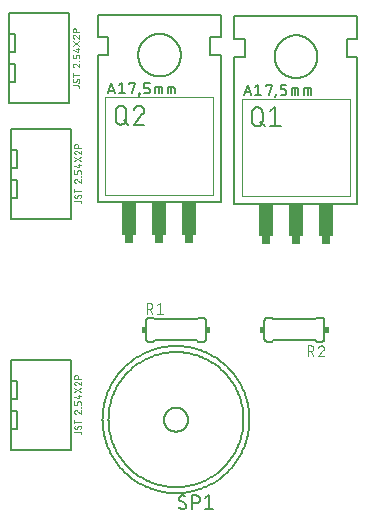
<source format=gbr>
G04 EAGLE Gerber RS-274X export*
G75*
%MOMM*%
%FSLAX34Y34*%
%LPD*%
%INSilkscreen Top*%
%IPPOS*%
%AMOC8*
5,1,8,0,0,1.08239X$1,22.5*%
G01*
%ADD10C,0.127000*%
%ADD11C,0.050800*%
%ADD12R,0.762000X0.635000*%
%ADD13R,1.270000X2.794000*%
%ADD14C,0.177800*%
%ADD15C,0.152400*%
%ADD16R,0.381000X0.508000*%
%ADD17C,0.101600*%


D10*
X-205740Y-133350D02*
X-101600Y-133350D01*
X-101600Y25400D02*
X-205740Y25400D01*
X-101600Y-8890D02*
X-101600Y-133350D01*
X-101600Y-8890D02*
X-110490Y-8890D01*
X-110490Y6350D01*
X-101600Y6350D01*
X-101600Y25400D01*
X-205740Y-8890D02*
X-205740Y-133350D01*
X-205740Y-8890D02*
X-196850Y-8890D01*
X-196850Y6350D01*
X-205740Y6350D01*
X-205740Y25400D01*
D11*
X-199390Y-127000D02*
X-107950Y-127000D01*
X-107950Y-44450D01*
X-199390Y-44450D01*
X-199390Y-127000D01*
D10*
X-171704Y-8890D02*
X-171699Y-8447D01*
X-171682Y-8005D01*
X-171655Y-7563D01*
X-171617Y-7122D01*
X-171568Y-6682D01*
X-171509Y-6244D01*
X-171438Y-5807D01*
X-171357Y-5372D01*
X-171266Y-4939D01*
X-171164Y-4508D01*
X-171051Y-4080D01*
X-170927Y-3655D01*
X-170794Y-3233D01*
X-170650Y-2815D01*
X-170496Y-2400D01*
X-170331Y-1989D01*
X-170157Y-1582D01*
X-169973Y-1179D01*
X-169778Y-782D01*
X-169575Y-389D01*
X-169361Y-1D01*
X-169138Y381D01*
X-168906Y758D01*
X-168665Y1129D01*
X-168414Y1494D01*
X-168155Y1853D01*
X-167887Y2205D01*
X-167610Y2551D01*
X-167326Y2889D01*
X-167032Y3221D01*
X-166731Y3545D01*
X-166422Y3862D01*
X-166105Y4171D01*
X-165781Y4472D01*
X-165449Y4766D01*
X-165111Y5050D01*
X-164765Y5327D01*
X-164413Y5595D01*
X-164054Y5854D01*
X-163689Y6105D01*
X-163318Y6346D01*
X-162941Y6578D01*
X-162559Y6801D01*
X-162171Y7015D01*
X-161778Y7218D01*
X-161381Y7413D01*
X-160978Y7597D01*
X-160571Y7771D01*
X-160160Y7936D01*
X-159745Y8090D01*
X-159327Y8234D01*
X-158905Y8367D01*
X-158480Y8491D01*
X-158052Y8604D01*
X-157621Y8706D01*
X-157188Y8797D01*
X-156753Y8878D01*
X-156316Y8949D01*
X-155878Y9008D01*
X-155438Y9057D01*
X-154997Y9095D01*
X-154555Y9122D01*
X-154113Y9139D01*
X-153670Y9144D01*
X-153227Y9139D01*
X-152785Y9122D01*
X-152343Y9095D01*
X-151902Y9057D01*
X-151462Y9008D01*
X-151024Y8949D01*
X-150587Y8878D01*
X-150152Y8797D01*
X-149719Y8706D01*
X-149288Y8604D01*
X-148860Y8491D01*
X-148435Y8367D01*
X-148013Y8234D01*
X-147595Y8090D01*
X-147180Y7936D01*
X-146769Y7771D01*
X-146362Y7597D01*
X-145959Y7413D01*
X-145562Y7218D01*
X-145169Y7015D01*
X-144781Y6801D01*
X-144399Y6578D01*
X-144022Y6346D01*
X-143651Y6105D01*
X-143286Y5854D01*
X-142927Y5595D01*
X-142575Y5327D01*
X-142229Y5050D01*
X-141891Y4766D01*
X-141559Y4472D01*
X-141235Y4171D01*
X-140918Y3862D01*
X-140609Y3545D01*
X-140308Y3221D01*
X-140014Y2889D01*
X-139730Y2551D01*
X-139453Y2205D01*
X-139185Y1853D01*
X-138926Y1494D01*
X-138675Y1129D01*
X-138434Y758D01*
X-138202Y381D01*
X-137979Y-1D01*
X-137765Y-389D01*
X-137562Y-782D01*
X-137367Y-1179D01*
X-137183Y-1582D01*
X-137009Y-1989D01*
X-136844Y-2400D01*
X-136690Y-2815D01*
X-136546Y-3233D01*
X-136413Y-3655D01*
X-136289Y-4080D01*
X-136176Y-4508D01*
X-136074Y-4939D01*
X-135983Y-5372D01*
X-135902Y-5807D01*
X-135831Y-6244D01*
X-135772Y-6682D01*
X-135723Y-7122D01*
X-135685Y-7563D01*
X-135658Y-8005D01*
X-135641Y-8447D01*
X-135636Y-8890D01*
X-135641Y-9333D01*
X-135658Y-9775D01*
X-135685Y-10217D01*
X-135723Y-10658D01*
X-135772Y-11098D01*
X-135831Y-11536D01*
X-135902Y-11973D01*
X-135983Y-12408D01*
X-136074Y-12841D01*
X-136176Y-13272D01*
X-136289Y-13700D01*
X-136413Y-14125D01*
X-136546Y-14547D01*
X-136690Y-14965D01*
X-136844Y-15380D01*
X-137009Y-15791D01*
X-137183Y-16198D01*
X-137367Y-16601D01*
X-137562Y-16998D01*
X-137765Y-17391D01*
X-137979Y-17779D01*
X-138202Y-18161D01*
X-138434Y-18538D01*
X-138675Y-18909D01*
X-138926Y-19274D01*
X-139185Y-19633D01*
X-139453Y-19985D01*
X-139730Y-20331D01*
X-140014Y-20669D01*
X-140308Y-21001D01*
X-140609Y-21325D01*
X-140918Y-21642D01*
X-141235Y-21951D01*
X-141559Y-22252D01*
X-141891Y-22546D01*
X-142229Y-22830D01*
X-142575Y-23107D01*
X-142927Y-23375D01*
X-143286Y-23634D01*
X-143651Y-23885D01*
X-144022Y-24126D01*
X-144399Y-24358D01*
X-144781Y-24581D01*
X-145169Y-24795D01*
X-145562Y-24998D01*
X-145959Y-25193D01*
X-146362Y-25377D01*
X-146769Y-25551D01*
X-147180Y-25716D01*
X-147595Y-25870D01*
X-148013Y-26014D01*
X-148435Y-26147D01*
X-148860Y-26271D01*
X-149288Y-26384D01*
X-149719Y-26486D01*
X-150152Y-26577D01*
X-150587Y-26658D01*
X-151024Y-26729D01*
X-151462Y-26788D01*
X-151902Y-26837D01*
X-152343Y-26875D01*
X-152785Y-26902D01*
X-153227Y-26919D01*
X-153670Y-26924D01*
X-154113Y-26919D01*
X-154555Y-26902D01*
X-154997Y-26875D01*
X-155438Y-26837D01*
X-155878Y-26788D01*
X-156316Y-26729D01*
X-156753Y-26658D01*
X-157188Y-26577D01*
X-157621Y-26486D01*
X-158052Y-26384D01*
X-158480Y-26271D01*
X-158905Y-26147D01*
X-159327Y-26014D01*
X-159745Y-25870D01*
X-160160Y-25716D01*
X-160571Y-25551D01*
X-160978Y-25377D01*
X-161381Y-25193D01*
X-161778Y-24998D01*
X-162171Y-24795D01*
X-162559Y-24581D01*
X-162941Y-24358D01*
X-163318Y-24126D01*
X-163689Y-23885D01*
X-164054Y-23634D01*
X-164413Y-23375D01*
X-164765Y-23107D01*
X-165111Y-22830D01*
X-165449Y-22546D01*
X-165781Y-22252D01*
X-166105Y-21951D01*
X-166422Y-21642D01*
X-166731Y-21325D01*
X-167032Y-21001D01*
X-167326Y-20669D01*
X-167610Y-20331D01*
X-167887Y-19985D01*
X-168155Y-19633D01*
X-168414Y-19274D01*
X-168665Y-18909D01*
X-168906Y-18538D01*
X-169138Y-18161D01*
X-169361Y-17779D01*
X-169575Y-17391D01*
X-169778Y-16998D01*
X-169973Y-16601D01*
X-170157Y-16198D01*
X-170331Y-15791D01*
X-170496Y-15380D01*
X-170650Y-14965D01*
X-170794Y-14547D01*
X-170927Y-14125D01*
X-171051Y-13700D01*
X-171164Y-13272D01*
X-171266Y-12841D01*
X-171357Y-12408D01*
X-171438Y-11973D01*
X-171509Y-11536D01*
X-171568Y-11098D01*
X-171617Y-10658D01*
X-171655Y-10217D01*
X-171682Y-9775D01*
X-171699Y-9333D01*
X-171704Y-8890D01*
X-194606Y-32639D02*
X-197485Y-41275D01*
X-191728Y-41275D02*
X-194606Y-32639D01*
X-192447Y-39116D02*
X-196765Y-39116D01*
X-188090Y-34558D02*
X-185691Y-32639D01*
X-185691Y-41275D01*
X-188090Y-41275D02*
X-183292Y-41275D01*
X-179174Y-33599D02*
X-179174Y-32639D01*
X-174377Y-32639D01*
X-176776Y-41275D01*
X-170819Y-41275D02*
X-170339Y-41275D01*
X-170819Y-41275D02*
X-170819Y-40795D01*
X-170339Y-40795D01*
X-170339Y-41275D01*
X-171058Y-43194D01*
X-166693Y-41275D02*
X-163814Y-41275D01*
X-163728Y-41273D01*
X-163642Y-41267D01*
X-163556Y-41258D01*
X-163471Y-41244D01*
X-163387Y-41227D01*
X-163303Y-41206D01*
X-163221Y-41181D01*
X-163140Y-41153D01*
X-163060Y-41121D01*
X-162981Y-41085D01*
X-162905Y-41046D01*
X-162830Y-41003D01*
X-162757Y-40958D01*
X-162686Y-40909D01*
X-162618Y-40856D01*
X-162551Y-40801D01*
X-162488Y-40743D01*
X-162427Y-40682D01*
X-162369Y-40619D01*
X-162314Y-40552D01*
X-162262Y-40484D01*
X-162212Y-40413D01*
X-162167Y-40340D01*
X-162124Y-40265D01*
X-162085Y-40189D01*
X-162049Y-40110D01*
X-162017Y-40030D01*
X-161989Y-39949D01*
X-161964Y-39867D01*
X-161943Y-39783D01*
X-161926Y-39699D01*
X-161912Y-39614D01*
X-161903Y-39528D01*
X-161897Y-39442D01*
X-161895Y-39356D01*
X-161895Y-38396D01*
X-161897Y-38310D01*
X-161903Y-38224D01*
X-161912Y-38138D01*
X-161926Y-38053D01*
X-161943Y-37969D01*
X-161964Y-37885D01*
X-161989Y-37803D01*
X-162017Y-37722D01*
X-162049Y-37642D01*
X-162085Y-37563D01*
X-162124Y-37487D01*
X-162167Y-37412D01*
X-162212Y-37339D01*
X-162261Y-37268D01*
X-162314Y-37200D01*
X-162369Y-37133D01*
X-162427Y-37070D01*
X-162488Y-37009D01*
X-162551Y-36951D01*
X-162618Y-36896D01*
X-162686Y-36843D01*
X-162757Y-36794D01*
X-162830Y-36749D01*
X-162905Y-36706D01*
X-162981Y-36667D01*
X-163060Y-36631D01*
X-163140Y-36599D01*
X-163221Y-36571D01*
X-163303Y-36546D01*
X-163387Y-36525D01*
X-163471Y-36508D01*
X-163556Y-36494D01*
X-163642Y-36485D01*
X-163728Y-36479D01*
X-163814Y-36477D01*
X-166693Y-36477D01*
X-166693Y-32639D01*
X-161895Y-32639D01*
X-157366Y-35518D02*
X-157366Y-41275D01*
X-157366Y-35518D02*
X-153048Y-35518D01*
X-152973Y-35520D01*
X-152898Y-35526D01*
X-152823Y-35536D01*
X-152749Y-35549D01*
X-152676Y-35567D01*
X-152603Y-35588D01*
X-152532Y-35614D01*
X-152463Y-35642D01*
X-152395Y-35675D01*
X-152329Y-35711D01*
X-152264Y-35750D01*
X-152202Y-35793D01*
X-152142Y-35839D01*
X-152085Y-35888D01*
X-152030Y-35939D01*
X-151979Y-35994D01*
X-151930Y-36051D01*
X-151884Y-36111D01*
X-151841Y-36173D01*
X-151802Y-36238D01*
X-151766Y-36304D01*
X-151733Y-36372D01*
X-151705Y-36441D01*
X-151679Y-36512D01*
X-151658Y-36585D01*
X-151640Y-36658D01*
X-151627Y-36732D01*
X-151617Y-36807D01*
X-151611Y-36882D01*
X-151609Y-36957D01*
X-151609Y-41275D01*
X-154487Y-41275D02*
X-154487Y-35518D01*
X-146667Y-35518D02*
X-146667Y-41275D01*
X-146667Y-35518D02*
X-142349Y-35518D01*
X-142274Y-35520D01*
X-142199Y-35526D01*
X-142124Y-35536D01*
X-142050Y-35549D01*
X-141977Y-35567D01*
X-141904Y-35588D01*
X-141833Y-35614D01*
X-141764Y-35642D01*
X-141696Y-35675D01*
X-141630Y-35711D01*
X-141565Y-35750D01*
X-141503Y-35793D01*
X-141443Y-35839D01*
X-141386Y-35888D01*
X-141331Y-35939D01*
X-141280Y-35994D01*
X-141231Y-36051D01*
X-141185Y-36111D01*
X-141142Y-36173D01*
X-141103Y-36238D01*
X-141067Y-36304D01*
X-141034Y-36372D01*
X-141006Y-36441D01*
X-140980Y-36512D01*
X-140959Y-36585D01*
X-140941Y-36658D01*
X-140928Y-36732D01*
X-140918Y-36807D01*
X-140912Y-36882D01*
X-140910Y-36957D01*
X-140910Y-41275D01*
X-143789Y-41275D02*
X-143789Y-35518D01*
D12*
X-128270Y-164465D03*
X-153670Y-164465D03*
X-179070Y-164465D03*
D13*
X-179070Y-147320D03*
X-153670Y-147320D03*
X-128270Y-147320D03*
D14*
X-190881Y-63246D02*
X-190881Y-56134D01*
X-190879Y-56002D01*
X-190873Y-55871D01*
X-190863Y-55739D01*
X-190850Y-55608D01*
X-190832Y-55478D01*
X-190811Y-55348D01*
X-190786Y-55218D01*
X-190757Y-55090D01*
X-190724Y-54962D01*
X-190687Y-54836D01*
X-190647Y-54710D01*
X-190603Y-54586D01*
X-190555Y-54463D01*
X-190504Y-54342D01*
X-190449Y-54222D01*
X-190391Y-54104D01*
X-190329Y-53988D01*
X-190263Y-53874D01*
X-190195Y-53761D01*
X-190123Y-53651D01*
X-190048Y-53543D01*
X-189969Y-53437D01*
X-189888Y-53333D01*
X-189803Y-53232D01*
X-189716Y-53134D01*
X-189625Y-53038D01*
X-189532Y-52945D01*
X-189436Y-52854D01*
X-189338Y-52767D01*
X-189237Y-52682D01*
X-189133Y-52601D01*
X-189027Y-52522D01*
X-188919Y-52447D01*
X-188809Y-52375D01*
X-188696Y-52307D01*
X-188582Y-52241D01*
X-188466Y-52179D01*
X-188348Y-52121D01*
X-188228Y-52066D01*
X-188107Y-52015D01*
X-187984Y-51967D01*
X-187860Y-51923D01*
X-187734Y-51883D01*
X-187608Y-51846D01*
X-187480Y-51813D01*
X-187352Y-51784D01*
X-187222Y-51759D01*
X-187092Y-51738D01*
X-186962Y-51720D01*
X-186831Y-51707D01*
X-186699Y-51697D01*
X-186568Y-51691D01*
X-186436Y-51689D01*
X-186304Y-51691D01*
X-186173Y-51697D01*
X-186041Y-51707D01*
X-185910Y-51720D01*
X-185780Y-51738D01*
X-185650Y-51759D01*
X-185520Y-51784D01*
X-185392Y-51813D01*
X-185264Y-51846D01*
X-185138Y-51883D01*
X-185012Y-51923D01*
X-184888Y-51967D01*
X-184765Y-52015D01*
X-184644Y-52066D01*
X-184524Y-52121D01*
X-184406Y-52179D01*
X-184290Y-52241D01*
X-184176Y-52307D01*
X-184063Y-52375D01*
X-183953Y-52447D01*
X-183845Y-52522D01*
X-183739Y-52601D01*
X-183635Y-52682D01*
X-183534Y-52767D01*
X-183436Y-52854D01*
X-183340Y-52945D01*
X-183247Y-53038D01*
X-183156Y-53134D01*
X-183069Y-53232D01*
X-182984Y-53333D01*
X-182903Y-53437D01*
X-182824Y-53543D01*
X-182749Y-53651D01*
X-182677Y-53761D01*
X-182609Y-53874D01*
X-182543Y-53988D01*
X-182481Y-54104D01*
X-182423Y-54222D01*
X-182368Y-54342D01*
X-182317Y-54463D01*
X-182269Y-54586D01*
X-182225Y-54710D01*
X-182185Y-54836D01*
X-182148Y-54962D01*
X-182115Y-55090D01*
X-182086Y-55218D01*
X-182061Y-55348D01*
X-182040Y-55478D01*
X-182022Y-55608D01*
X-182009Y-55739D01*
X-181999Y-55871D01*
X-181993Y-56002D01*
X-181991Y-56134D01*
X-181991Y-63246D01*
X-181993Y-63378D01*
X-181999Y-63509D01*
X-182009Y-63641D01*
X-182022Y-63772D01*
X-182040Y-63902D01*
X-182061Y-64032D01*
X-182086Y-64162D01*
X-182115Y-64290D01*
X-182148Y-64418D01*
X-182185Y-64544D01*
X-182225Y-64670D01*
X-182269Y-64794D01*
X-182317Y-64917D01*
X-182368Y-65038D01*
X-182423Y-65158D01*
X-182481Y-65276D01*
X-182543Y-65392D01*
X-182609Y-65506D01*
X-182677Y-65619D01*
X-182749Y-65729D01*
X-182824Y-65837D01*
X-182903Y-65943D01*
X-182984Y-66047D01*
X-183069Y-66148D01*
X-183156Y-66246D01*
X-183247Y-66342D01*
X-183340Y-66435D01*
X-183436Y-66526D01*
X-183534Y-66613D01*
X-183635Y-66698D01*
X-183739Y-66779D01*
X-183845Y-66858D01*
X-183953Y-66933D01*
X-184063Y-67005D01*
X-184176Y-67073D01*
X-184290Y-67139D01*
X-184406Y-67201D01*
X-184524Y-67259D01*
X-184644Y-67314D01*
X-184765Y-67365D01*
X-184888Y-67413D01*
X-185012Y-67457D01*
X-185138Y-67497D01*
X-185264Y-67534D01*
X-185392Y-67567D01*
X-185520Y-67596D01*
X-185650Y-67621D01*
X-185780Y-67642D01*
X-185910Y-67660D01*
X-186041Y-67673D01*
X-186173Y-67683D01*
X-186304Y-67689D01*
X-186436Y-67691D01*
X-186568Y-67689D01*
X-186699Y-67683D01*
X-186831Y-67673D01*
X-186962Y-67660D01*
X-187092Y-67642D01*
X-187222Y-67621D01*
X-187352Y-67596D01*
X-187480Y-67567D01*
X-187608Y-67534D01*
X-187734Y-67497D01*
X-187860Y-67457D01*
X-187984Y-67413D01*
X-188107Y-67365D01*
X-188228Y-67314D01*
X-188348Y-67259D01*
X-188466Y-67201D01*
X-188582Y-67139D01*
X-188696Y-67073D01*
X-188809Y-67005D01*
X-188919Y-66933D01*
X-189027Y-66858D01*
X-189133Y-66779D01*
X-189237Y-66698D01*
X-189338Y-66613D01*
X-189436Y-66526D01*
X-189532Y-66435D01*
X-189625Y-66342D01*
X-189716Y-66246D01*
X-189803Y-66148D01*
X-189888Y-66047D01*
X-189969Y-65943D01*
X-190048Y-65837D01*
X-190123Y-65729D01*
X-190195Y-65619D01*
X-190263Y-65506D01*
X-190329Y-65392D01*
X-190391Y-65276D01*
X-190449Y-65158D01*
X-190504Y-65038D01*
X-190555Y-64917D01*
X-190603Y-64794D01*
X-190647Y-64670D01*
X-190687Y-64544D01*
X-190724Y-64418D01*
X-190757Y-64290D01*
X-190786Y-64162D01*
X-190811Y-64032D01*
X-190832Y-63902D01*
X-190850Y-63772D01*
X-190863Y-63641D01*
X-190873Y-63509D01*
X-190879Y-63378D01*
X-190881Y-63246D01*
X-183769Y-64135D02*
X-180213Y-67691D01*
X-166759Y-55690D02*
X-166761Y-55564D01*
X-166767Y-55439D01*
X-166777Y-55313D01*
X-166791Y-55189D01*
X-166808Y-55064D01*
X-166830Y-54940D01*
X-166855Y-54817D01*
X-166885Y-54695D01*
X-166918Y-54574D01*
X-166955Y-54454D01*
X-166996Y-54335D01*
X-167040Y-54217D01*
X-167088Y-54101D01*
X-167140Y-53986D01*
X-167195Y-53874D01*
X-167254Y-53763D01*
X-167316Y-53653D01*
X-167382Y-53546D01*
X-167451Y-53441D01*
X-167523Y-53338D01*
X-167599Y-53238D01*
X-167677Y-53140D01*
X-167759Y-53044D01*
X-167843Y-52951D01*
X-167931Y-52861D01*
X-168021Y-52773D01*
X-168114Y-52689D01*
X-168210Y-52607D01*
X-168308Y-52529D01*
X-168408Y-52453D01*
X-168511Y-52381D01*
X-168616Y-52312D01*
X-168723Y-52246D01*
X-168833Y-52184D01*
X-168944Y-52125D01*
X-169056Y-52070D01*
X-169171Y-52018D01*
X-169287Y-51970D01*
X-169405Y-51926D01*
X-169524Y-51885D01*
X-169644Y-51848D01*
X-169765Y-51815D01*
X-169887Y-51785D01*
X-170010Y-51760D01*
X-170134Y-51738D01*
X-170259Y-51721D01*
X-170383Y-51707D01*
X-170509Y-51697D01*
X-170634Y-51691D01*
X-170760Y-51689D01*
X-170901Y-51691D01*
X-171041Y-51697D01*
X-171181Y-51706D01*
X-171321Y-51720D01*
X-171460Y-51737D01*
X-171599Y-51758D01*
X-171738Y-51783D01*
X-171875Y-51811D01*
X-172012Y-51844D01*
X-172148Y-51880D01*
X-172283Y-51920D01*
X-172416Y-51963D01*
X-172549Y-52010D01*
X-172680Y-52061D01*
X-172809Y-52115D01*
X-172937Y-52173D01*
X-173064Y-52234D01*
X-173189Y-52299D01*
X-173311Y-52367D01*
X-173432Y-52438D01*
X-173552Y-52513D01*
X-173668Y-52591D01*
X-173783Y-52672D01*
X-173896Y-52756D01*
X-174006Y-52844D01*
X-174114Y-52934D01*
X-174219Y-53027D01*
X-174321Y-53123D01*
X-174421Y-53222D01*
X-174519Y-53323D01*
X-174613Y-53427D01*
X-174705Y-53534D01*
X-174793Y-53643D01*
X-174879Y-53754D01*
X-174961Y-53868D01*
X-175041Y-53984D01*
X-175117Y-54102D01*
X-175190Y-54222D01*
X-175259Y-54344D01*
X-175326Y-54468D01*
X-175389Y-54594D01*
X-175448Y-54721D01*
X-175504Y-54850D01*
X-175556Y-54980D01*
X-175605Y-55112D01*
X-175650Y-55245D01*
X-168094Y-58802D02*
X-168002Y-58711D01*
X-167912Y-58618D01*
X-167826Y-58523D01*
X-167742Y-58425D01*
X-167662Y-58324D01*
X-167584Y-58221D01*
X-167510Y-58116D01*
X-167439Y-58008D01*
X-167371Y-57899D01*
X-167307Y-57787D01*
X-167245Y-57674D01*
X-167188Y-57559D01*
X-167133Y-57442D01*
X-167082Y-57323D01*
X-167035Y-57203D01*
X-166992Y-57082D01*
X-166952Y-56960D01*
X-166916Y-56836D01*
X-166883Y-56711D01*
X-166854Y-56586D01*
X-166829Y-56459D01*
X-166808Y-56332D01*
X-166791Y-56204D01*
X-166777Y-56076D01*
X-166768Y-55948D01*
X-166762Y-55819D01*
X-166760Y-55690D01*
X-168093Y-58801D02*
X-175650Y-67691D01*
X-166760Y-67691D01*
D15*
X-162560Y-231140D02*
X-162660Y-231142D01*
X-162759Y-231148D01*
X-162859Y-231158D01*
X-162957Y-231171D01*
X-163056Y-231189D01*
X-163153Y-231210D01*
X-163249Y-231235D01*
X-163345Y-231264D01*
X-163439Y-231297D01*
X-163532Y-231333D01*
X-163623Y-231373D01*
X-163713Y-231417D01*
X-163801Y-231464D01*
X-163887Y-231514D01*
X-163971Y-231568D01*
X-164053Y-231625D01*
X-164132Y-231685D01*
X-164210Y-231749D01*
X-164284Y-231815D01*
X-164356Y-231884D01*
X-164425Y-231956D01*
X-164491Y-232030D01*
X-164555Y-232108D01*
X-164615Y-232187D01*
X-164672Y-232269D01*
X-164726Y-232353D01*
X-164776Y-232439D01*
X-164823Y-232527D01*
X-164867Y-232617D01*
X-164907Y-232708D01*
X-164943Y-232801D01*
X-164976Y-232895D01*
X-165005Y-232991D01*
X-165030Y-233087D01*
X-165051Y-233184D01*
X-165069Y-233283D01*
X-165082Y-233381D01*
X-165092Y-233481D01*
X-165098Y-233580D01*
X-165100Y-233680D01*
X-165100Y-248920D02*
X-165098Y-249020D01*
X-165092Y-249119D01*
X-165082Y-249219D01*
X-165069Y-249317D01*
X-165051Y-249416D01*
X-165030Y-249513D01*
X-165005Y-249609D01*
X-164976Y-249705D01*
X-164943Y-249799D01*
X-164907Y-249892D01*
X-164867Y-249983D01*
X-164823Y-250073D01*
X-164776Y-250161D01*
X-164726Y-250247D01*
X-164672Y-250331D01*
X-164615Y-250413D01*
X-164555Y-250492D01*
X-164491Y-250570D01*
X-164425Y-250644D01*
X-164356Y-250716D01*
X-164284Y-250785D01*
X-164210Y-250851D01*
X-164132Y-250915D01*
X-164053Y-250975D01*
X-163971Y-251032D01*
X-163887Y-251086D01*
X-163801Y-251136D01*
X-163713Y-251183D01*
X-163623Y-251227D01*
X-163532Y-251267D01*
X-163439Y-251303D01*
X-163345Y-251336D01*
X-163249Y-251365D01*
X-163153Y-251390D01*
X-163056Y-251411D01*
X-162957Y-251429D01*
X-162859Y-251442D01*
X-162759Y-251452D01*
X-162660Y-251458D01*
X-162560Y-251460D01*
X-116840Y-251460D02*
X-116740Y-251458D01*
X-116641Y-251452D01*
X-116541Y-251442D01*
X-116443Y-251429D01*
X-116344Y-251411D01*
X-116247Y-251390D01*
X-116151Y-251365D01*
X-116055Y-251336D01*
X-115961Y-251303D01*
X-115868Y-251267D01*
X-115777Y-251227D01*
X-115687Y-251183D01*
X-115599Y-251136D01*
X-115513Y-251086D01*
X-115429Y-251032D01*
X-115347Y-250975D01*
X-115268Y-250915D01*
X-115190Y-250851D01*
X-115116Y-250785D01*
X-115044Y-250716D01*
X-114975Y-250644D01*
X-114909Y-250570D01*
X-114845Y-250492D01*
X-114785Y-250413D01*
X-114728Y-250331D01*
X-114674Y-250247D01*
X-114624Y-250161D01*
X-114577Y-250073D01*
X-114533Y-249983D01*
X-114493Y-249892D01*
X-114457Y-249799D01*
X-114424Y-249705D01*
X-114395Y-249609D01*
X-114370Y-249513D01*
X-114349Y-249416D01*
X-114331Y-249317D01*
X-114318Y-249219D01*
X-114308Y-249119D01*
X-114302Y-249020D01*
X-114300Y-248920D01*
X-114300Y-233680D02*
X-114302Y-233580D01*
X-114308Y-233481D01*
X-114318Y-233381D01*
X-114331Y-233283D01*
X-114349Y-233184D01*
X-114370Y-233087D01*
X-114395Y-232991D01*
X-114424Y-232895D01*
X-114457Y-232801D01*
X-114493Y-232708D01*
X-114533Y-232617D01*
X-114577Y-232527D01*
X-114624Y-232439D01*
X-114674Y-232353D01*
X-114728Y-232269D01*
X-114785Y-232187D01*
X-114845Y-232108D01*
X-114909Y-232030D01*
X-114975Y-231956D01*
X-115044Y-231884D01*
X-115116Y-231815D01*
X-115190Y-231749D01*
X-115268Y-231685D01*
X-115347Y-231625D01*
X-115429Y-231568D01*
X-115513Y-231514D01*
X-115599Y-231464D01*
X-115687Y-231417D01*
X-115777Y-231373D01*
X-115868Y-231333D01*
X-115961Y-231297D01*
X-116055Y-231264D01*
X-116151Y-231235D01*
X-116247Y-231210D01*
X-116344Y-231189D01*
X-116443Y-231171D01*
X-116541Y-231158D01*
X-116641Y-231148D01*
X-116740Y-231142D01*
X-116840Y-231140D01*
X-165100Y-233680D02*
X-165100Y-248920D01*
X-162560Y-231140D02*
X-158750Y-231140D01*
X-157480Y-232410D01*
X-158750Y-251460D02*
X-162560Y-251460D01*
X-158750Y-251460D02*
X-157480Y-250190D01*
X-121920Y-232410D02*
X-120650Y-231140D01*
X-121920Y-232410D02*
X-157480Y-232410D01*
X-121920Y-250190D02*
X-120650Y-251460D01*
X-121920Y-250190D02*
X-157480Y-250190D01*
X-120650Y-231140D02*
X-116840Y-231140D01*
X-116840Y-251460D02*
X-120650Y-251460D01*
X-114300Y-248920D02*
X-114300Y-233680D01*
D16*
X-112395Y-241300D03*
X-167005Y-241300D03*
D17*
X-164592Y-227838D02*
X-164592Y-218948D01*
X-162123Y-218948D01*
X-162025Y-218950D01*
X-161927Y-218956D01*
X-161829Y-218966D01*
X-161732Y-218979D01*
X-161635Y-218997D01*
X-161539Y-219018D01*
X-161445Y-219043D01*
X-161351Y-219072D01*
X-161258Y-219104D01*
X-161167Y-219141D01*
X-161077Y-219180D01*
X-160989Y-219224D01*
X-160903Y-219271D01*
X-160818Y-219321D01*
X-160736Y-219374D01*
X-160656Y-219431D01*
X-160578Y-219491D01*
X-160503Y-219554D01*
X-160430Y-219620D01*
X-160360Y-219689D01*
X-160293Y-219760D01*
X-160228Y-219834D01*
X-160167Y-219911D01*
X-160108Y-219990D01*
X-160053Y-220071D01*
X-160001Y-220154D01*
X-159953Y-220240D01*
X-159908Y-220327D01*
X-159866Y-220416D01*
X-159828Y-220506D01*
X-159794Y-220598D01*
X-159763Y-220691D01*
X-159736Y-220786D01*
X-159713Y-220881D01*
X-159693Y-220978D01*
X-159678Y-221074D01*
X-159666Y-221172D01*
X-159658Y-221270D01*
X-159654Y-221368D01*
X-159654Y-221466D01*
X-159658Y-221564D01*
X-159666Y-221662D01*
X-159678Y-221760D01*
X-159693Y-221856D01*
X-159713Y-221953D01*
X-159736Y-222048D01*
X-159763Y-222143D01*
X-159794Y-222236D01*
X-159828Y-222328D01*
X-159866Y-222418D01*
X-159908Y-222507D01*
X-159953Y-222594D01*
X-160001Y-222680D01*
X-160053Y-222763D01*
X-160108Y-222844D01*
X-160167Y-222923D01*
X-160228Y-223000D01*
X-160293Y-223074D01*
X-160360Y-223145D01*
X-160430Y-223214D01*
X-160503Y-223280D01*
X-160578Y-223343D01*
X-160656Y-223403D01*
X-160736Y-223460D01*
X-160818Y-223513D01*
X-160903Y-223563D01*
X-160989Y-223610D01*
X-161077Y-223654D01*
X-161167Y-223693D01*
X-161258Y-223730D01*
X-161351Y-223762D01*
X-161445Y-223791D01*
X-161539Y-223816D01*
X-161635Y-223837D01*
X-161732Y-223855D01*
X-161829Y-223868D01*
X-161927Y-223878D01*
X-162025Y-223884D01*
X-162123Y-223886D01*
X-162123Y-223887D02*
X-164592Y-223887D01*
X-161629Y-223887D02*
X-159653Y-227838D01*
X-155742Y-220924D02*
X-153273Y-218948D01*
X-153273Y-227838D01*
X-155742Y-227838D02*
X-150803Y-227838D01*
D10*
X-228600Y-266700D02*
X-279400Y-266700D01*
X-279400Y-284480D01*
X-279400Y-299720D01*
X-279400Y-309880D02*
X-279400Y-325120D01*
X-279400Y-342900D01*
X-228600Y-342900D01*
X-228600Y-266700D01*
X-274320Y-284480D02*
X-279400Y-284480D01*
X-279400Y-299720D02*
X-274320Y-299720D01*
X-279400Y-299720D02*
X-279400Y-309880D01*
X-274320Y-309880D01*
X-274320Y-325120D02*
X-279400Y-325120D01*
X-274320Y-299720D02*
X-274320Y-284480D01*
X-274320Y-309880D02*
X-274320Y-325120D01*
D11*
X-225806Y-327994D02*
X-221460Y-327994D01*
X-221390Y-327996D01*
X-221321Y-328002D01*
X-221252Y-328012D01*
X-221184Y-328025D01*
X-221116Y-328043D01*
X-221050Y-328064D01*
X-220985Y-328089D01*
X-220921Y-328117D01*
X-220859Y-328149D01*
X-220799Y-328184D01*
X-220741Y-328223D01*
X-220686Y-328265D01*
X-220632Y-328310D01*
X-220582Y-328358D01*
X-220534Y-328408D01*
X-220489Y-328462D01*
X-220447Y-328517D01*
X-220408Y-328575D01*
X-220373Y-328635D01*
X-220341Y-328697D01*
X-220313Y-328761D01*
X-220288Y-328826D01*
X-220267Y-328892D01*
X-220249Y-328960D01*
X-220236Y-329028D01*
X-220226Y-329097D01*
X-220220Y-329166D01*
X-220218Y-329236D01*
X-220218Y-329857D01*
X-220218Y-323772D02*
X-220220Y-323702D01*
X-220226Y-323633D01*
X-220236Y-323564D01*
X-220249Y-323496D01*
X-220267Y-323428D01*
X-220288Y-323362D01*
X-220313Y-323297D01*
X-220341Y-323233D01*
X-220373Y-323171D01*
X-220408Y-323111D01*
X-220447Y-323053D01*
X-220489Y-322998D01*
X-220534Y-322944D01*
X-220582Y-322894D01*
X-220632Y-322846D01*
X-220686Y-322801D01*
X-220741Y-322759D01*
X-220799Y-322720D01*
X-220859Y-322685D01*
X-220921Y-322653D01*
X-220985Y-322625D01*
X-221050Y-322600D01*
X-221116Y-322579D01*
X-221184Y-322561D01*
X-221252Y-322548D01*
X-221321Y-322538D01*
X-221390Y-322532D01*
X-221460Y-322530D01*
X-220218Y-323772D02*
X-220220Y-323871D01*
X-220225Y-323969D01*
X-220235Y-324067D01*
X-220248Y-324165D01*
X-220264Y-324262D01*
X-220284Y-324359D01*
X-220308Y-324454D01*
X-220336Y-324549D01*
X-220367Y-324643D01*
X-220401Y-324735D01*
X-220439Y-324826D01*
X-220480Y-324916D01*
X-220525Y-325004D01*
X-220573Y-325090D01*
X-220624Y-325174D01*
X-220678Y-325256D01*
X-220736Y-325337D01*
X-220796Y-325415D01*
X-220859Y-325490D01*
X-220925Y-325564D01*
X-220994Y-325634D01*
X-224564Y-325480D02*
X-224634Y-325478D01*
X-224703Y-325472D01*
X-224772Y-325462D01*
X-224840Y-325449D01*
X-224908Y-325431D01*
X-224974Y-325410D01*
X-225039Y-325385D01*
X-225103Y-325357D01*
X-225165Y-325325D01*
X-225225Y-325290D01*
X-225283Y-325251D01*
X-225338Y-325209D01*
X-225392Y-325164D01*
X-225442Y-325116D01*
X-225490Y-325066D01*
X-225535Y-325012D01*
X-225577Y-324957D01*
X-225616Y-324899D01*
X-225651Y-324839D01*
X-225683Y-324777D01*
X-225711Y-324713D01*
X-225736Y-324648D01*
X-225757Y-324582D01*
X-225775Y-324514D01*
X-225788Y-324446D01*
X-225798Y-324377D01*
X-225804Y-324308D01*
X-225806Y-324238D01*
X-225804Y-324144D01*
X-225798Y-324051D01*
X-225789Y-323958D01*
X-225776Y-323865D01*
X-225759Y-323773D01*
X-225739Y-323682D01*
X-225714Y-323591D01*
X-225687Y-323502D01*
X-225655Y-323414D01*
X-225620Y-323327D01*
X-225582Y-323241D01*
X-225540Y-323158D01*
X-225495Y-323075D01*
X-225447Y-322995D01*
X-225395Y-322917D01*
X-225340Y-322841D01*
X-223478Y-324859D02*
X-223514Y-324918D01*
X-223554Y-324974D01*
X-223597Y-325028D01*
X-223642Y-325080D01*
X-223691Y-325129D01*
X-223742Y-325175D01*
X-223795Y-325218D01*
X-223851Y-325259D01*
X-223909Y-325296D01*
X-223969Y-325331D01*
X-224030Y-325361D01*
X-224093Y-325389D01*
X-224158Y-325413D01*
X-224224Y-325433D01*
X-224291Y-325450D01*
X-224358Y-325463D01*
X-224426Y-325472D01*
X-224495Y-325478D01*
X-224564Y-325480D01*
X-222546Y-323152D02*
X-222510Y-323093D01*
X-222470Y-323037D01*
X-222427Y-322983D01*
X-222382Y-322931D01*
X-222333Y-322882D01*
X-222282Y-322836D01*
X-222229Y-322793D01*
X-222173Y-322752D01*
X-222115Y-322715D01*
X-222056Y-322680D01*
X-221994Y-322650D01*
X-221931Y-322622D01*
X-221866Y-322598D01*
X-221800Y-322578D01*
X-221733Y-322561D01*
X-221666Y-322548D01*
X-221598Y-322539D01*
X-221529Y-322533D01*
X-221460Y-322531D01*
X-222546Y-323152D02*
X-223478Y-324859D01*
X-225806Y-319145D02*
X-220218Y-319145D01*
X-225806Y-320697D02*
X-225806Y-317593D01*
X-225806Y-310943D02*
X-225804Y-310870D01*
X-225798Y-310797D01*
X-225789Y-310724D01*
X-225775Y-310653D01*
X-225758Y-310581D01*
X-225738Y-310511D01*
X-225713Y-310442D01*
X-225685Y-310375D01*
X-225654Y-310309D01*
X-225619Y-310245D01*
X-225581Y-310182D01*
X-225539Y-310122D01*
X-225495Y-310064D01*
X-225447Y-310008D01*
X-225397Y-309955D01*
X-225344Y-309905D01*
X-225288Y-309857D01*
X-225230Y-309813D01*
X-225170Y-309771D01*
X-225108Y-309733D01*
X-225043Y-309698D01*
X-224977Y-309667D01*
X-224910Y-309639D01*
X-224841Y-309614D01*
X-224771Y-309594D01*
X-224699Y-309577D01*
X-224628Y-309563D01*
X-224555Y-309554D01*
X-224482Y-309548D01*
X-224409Y-309546D01*
X-225806Y-310943D02*
X-225804Y-311027D01*
X-225798Y-311110D01*
X-225789Y-311193D01*
X-225775Y-311275D01*
X-225758Y-311357D01*
X-225736Y-311438D01*
X-225711Y-311518D01*
X-225683Y-311596D01*
X-225651Y-311674D01*
X-225615Y-311749D01*
X-225576Y-311823D01*
X-225533Y-311895D01*
X-225487Y-311965D01*
X-225438Y-312032D01*
X-225385Y-312098D01*
X-225330Y-312160D01*
X-225272Y-312220D01*
X-225211Y-312278D01*
X-225148Y-312332D01*
X-225082Y-312384D01*
X-225014Y-312432D01*
X-224943Y-312477D01*
X-224871Y-312519D01*
X-224796Y-312557D01*
X-224720Y-312592D01*
X-224643Y-312623D01*
X-224564Y-312651D01*
X-223323Y-310013D02*
X-223376Y-309959D01*
X-223433Y-309908D01*
X-223492Y-309860D01*
X-223553Y-309815D01*
X-223616Y-309774D01*
X-223682Y-309735D01*
X-223749Y-309700D01*
X-223818Y-309668D01*
X-223889Y-309640D01*
X-223960Y-309616D01*
X-224033Y-309595D01*
X-224107Y-309578D01*
X-224182Y-309564D01*
X-224257Y-309555D01*
X-224333Y-309549D01*
X-224409Y-309547D01*
X-223322Y-310012D02*
X-220218Y-312651D01*
X-220218Y-309546D01*
X-220218Y-307413D02*
X-220528Y-307413D01*
X-220528Y-307103D01*
X-220218Y-307103D01*
X-220218Y-307413D01*
X-220218Y-304970D02*
X-220218Y-303107D01*
X-220220Y-303037D01*
X-220226Y-302968D01*
X-220236Y-302899D01*
X-220249Y-302831D01*
X-220267Y-302763D01*
X-220288Y-302697D01*
X-220313Y-302632D01*
X-220341Y-302568D01*
X-220373Y-302506D01*
X-220408Y-302446D01*
X-220447Y-302388D01*
X-220489Y-302333D01*
X-220534Y-302279D01*
X-220582Y-302229D01*
X-220632Y-302181D01*
X-220686Y-302136D01*
X-220741Y-302094D01*
X-220799Y-302055D01*
X-220859Y-302020D01*
X-220921Y-301988D01*
X-220985Y-301960D01*
X-221050Y-301935D01*
X-221116Y-301914D01*
X-221184Y-301896D01*
X-221252Y-301883D01*
X-221321Y-301873D01*
X-221390Y-301867D01*
X-221460Y-301865D01*
X-222081Y-301865D01*
X-222151Y-301867D01*
X-222220Y-301873D01*
X-222289Y-301883D01*
X-222357Y-301896D01*
X-222425Y-301914D01*
X-222491Y-301935D01*
X-222556Y-301960D01*
X-222620Y-301988D01*
X-222682Y-302020D01*
X-222742Y-302055D01*
X-222800Y-302094D01*
X-222855Y-302136D01*
X-222909Y-302181D01*
X-222959Y-302229D01*
X-223007Y-302279D01*
X-223052Y-302333D01*
X-223094Y-302388D01*
X-223133Y-302446D01*
X-223168Y-302506D01*
X-223200Y-302568D01*
X-223228Y-302632D01*
X-223253Y-302697D01*
X-223274Y-302763D01*
X-223292Y-302831D01*
X-223305Y-302899D01*
X-223315Y-302968D01*
X-223321Y-303037D01*
X-223323Y-303107D01*
X-223322Y-303107D02*
X-223322Y-304970D01*
X-225806Y-304970D01*
X-225806Y-301865D01*
X-225806Y-298242D02*
X-221460Y-299483D01*
X-221460Y-296379D01*
X-222702Y-297310D02*
X-220218Y-297310D01*
X-220218Y-294307D02*
X-225806Y-290582D01*
X-225806Y-294307D02*
X-220218Y-290582D01*
X-224409Y-285406D02*
X-224482Y-285408D01*
X-224555Y-285414D01*
X-224628Y-285423D01*
X-224699Y-285437D01*
X-224771Y-285454D01*
X-224841Y-285474D01*
X-224910Y-285499D01*
X-224977Y-285527D01*
X-225043Y-285558D01*
X-225108Y-285593D01*
X-225170Y-285631D01*
X-225230Y-285673D01*
X-225288Y-285717D01*
X-225344Y-285765D01*
X-225397Y-285815D01*
X-225447Y-285868D01*
X-225495Y-285924D01*
X-225539Y-285982D01*
X-225581Y-286042D01*
X-225619Y-286105D01*
X-225654Y-286169D01*
X-225685Y-286235D01*
X-225713Y-286302D01*
X-225738Y-286371D01*
X-225758Y-286441D01*
X-225775Y-286513D01*
X-225789Y-286584D01*
X-225798Y-286657D01*
X-225804Y-286730D01*
X-225806Y-286803D01*
X-225804Y-286887D01*
X-225798Y-286970D01*
X-225789Y-287053D01*
X-225775Y-287135D01*
X-225758Y-287217D01*
X-225736Y-287298D01*
X-225711Y-287378D01*
X-225683Y-287456D01*
X-225651Y-287534D01*
X-225615Y-287609D01*
X-225576Y-287683D01*
X-225533Y-287755D01*
X-225487Y-287825D01*
X-225438Y-287892D01*
X-225385Y-287958D01*
X-225330Y-288020D01*
X-225272Y-288080D01*
X-225211Y-288138D01*
X-225148Y-288192D01*
X-225082Y-288244D01*
X-225014Y-288292D01*
X-224943Y-288337D01*
X-224871Y-288379D01*
X-224796Y-288417D01*
X-224720Y-288452D01*
X-224643Y-288483D01*
X-224564Y-288511D01*
X-223323Y-285873D02*
X-223376Y-285819D01*
X-223433Y-285768D01*
X-223492Y-285720D01*
X-223553Y-285675D01*
X-223616Y-285634D01*
X-223682Y-285595D01*
X-223749Y-285560D01*
X-223818Y-285528D01*
X-223889Y-285500D01*
X-223960Y-285476D01*
X-224033Y-285455D01*
X-224107Y-285438D01*
X-224182Y-285424D01*
X-224257Y-285415D01*
X-224333Y-285409D01*
X-224409Y-285407D01*
X-223322Y-285872D02*
X-220218Y-288511D01*
X-220218Y-285406D01*
X-220218Y-282758D02*
X-225806Y-282758D01*
X-225806Y-281206D01*
X-225804Y-281129D01*
X-225798Y-281051D01*
X-225789Y-280975D01*
X-225775Y-280898D01*
X-225758Y-280823D01*
X-225737Y-280749D01*
X-225712Y-280675D01*
X-225684Y-280603D01*
X-225652Y-280533D01*
X-225617Y-280464D01*
X-225578Y-280397D01*
X-225536Y-280332D01*
X-225491Y-280269D01*
X-225443Y-280208D01*
X-225392Y-280150D01*
X-225338Y-280095D01*
X-225281Y-280042D01*
X-225222Y-279993D01*
X-225160Y-279946D01*
X-225096Y-279902D01*
X-225030Y-279862D01*
X-224962Y-279825D01*
X-224892Y-279791D01*
X-224821Y-279761D01*
X-224748Y-279735D01*
X-224674Y-279712D01*
X-224599Y-279693D01*
X-224524Y-279678D01*
X-224447Y-279666D01*
X-224370Y-279658D01*
X-224293Y-279654D01*
X-224215Y-279654D01*
X-224138Y-279658D01*
X-224061Y-279666D01*
X-223984Y-279678D01*
X-223909Y-279693D01*
X-223834Y-279712D01*
X-223760Y-279735D01*
X-223687Y-279761D01*
X-223616Y-279791D01*
X-223546Y-279825D01*
X-223478Y-279862D01*
X-223412Y-279902D01*
X-223348Y-279946D01*
X-223286Y-279993D01*
X-223227Y-280042D01*
X-223170Y-280095D01*
X-223116Y-280150D01*
X-223065Y-280208D01*
X-223017Y-280269D01*
X-222972Y-280332D01*
X-222930Y-280397D01*
X-222891Y-280464D01*
X-222856Y-280533D01*
X-222824Y-280603D01*
X-222796Y-280675D01*
X-222771Y-280749D01*
X-222750Y-280823D01*
X-222733Y-280898D01*
X-222719Y-280975D01*
X-222710Y-281051D01*
X-222704Y-281129D01*
X-222702Y-281206D01*
X-222702Y-282758D01*
D10*
X-229870Y26670D02*
X-280670Y26670D01*
X-280670Y8890D01*
X-280670Y-6350D01*
X-280670Y-16510D02*
X-280670Y-31750D01*
X-280670Y-49530D01*
X-229870Y-49530D01*
X-229870Y26670D01*
X-275590Y8890D02*
X-280670Y8890D01*
X-280670Y-6350D02*
X-275590Y-6350D01*
X-280670Y-6350D02*
X-280670Y-16510D01*
X-275590Y-16510D01*
X-275590Y-31750D02*
X-280670Y-31750D01*
X-275590Y-6350D02*
X-275590Y8890D01*
X-275590Y-16510D02*
X-275590Y-31750D01*
D11*
X-227076Y-34624D02*
X-222730Y-34624D01*
X-222660Y-34626D01*
X-222591Y-34632D01*
X-222522Y-34642D01*
X-222454Y-34655D01*
X-222386Y-34673D01*
X-222320Y-34694D01*
X-222255Y-34719D01*
X-222191Y-34747D01*
X-222129Y-34779D01*
X-222069Y-34814D01*
X-222011Y-34853D01*
X-221956Y-34895D01*
X-221902Y-34940D01*
X-221852Y-34988D01*
X-221804Y-35038D01*
X-221759Y-35092D01*
X-221717Y-35147D01*
X-221678Y-35205D01*
X-221643Y-35265D01*
X-221611Y-35327D01*
X-221583Y-35391D01*
X-221558Y-35456D01*
X-221537Y-35522D01*
X-221519Y-35590D01*
X-221506Y-35658D01*
X-221496Y-35727D01*
X-221490Y-35796D01*
X-221488Y-35866D01*
X-221488Y-36487D01*
X-221488Y-30402D02*
X-221490Y-30332D01*
X-221496Y-30263D01*
X-221506Y-30194D01*
X-221519Y-30126D01*
X-221537Y-30058D01*
X-221558Y-29992D01*
X-221583Y-29927D01*
X-221611Y-29863D01*
X-221643Y-29801D01*
X-221678Y-29741D01*
X-221717Y-29683D01*
X-221759Y-29628D01*
X-221804Y-29574D01*
X-221852Y-29524D01*
X-221902Y-29476D01*
X-221956Y-29431D01*
X-222011Y-29389D01*
X-222069Y-29350D01*
X-222129Y-29315D01*
X-222191Y-29283D01*
X-222255Y-29255D01*
X-222320Y-29230D01*
X-222386Y-29209D01*
X-222454Y-29191D01*
X-222522Y-29178D01*
X-222591Y-29168D01*
X-222660Y-29162D01*
X-222730Y-29160D01*
X-221488Y-30402D02*
X-221490Y-30501D01*
X-221495Y-30599D01*
X-221505Y-30697D01*
X-221518Y-30795D01*
X-221534Y-30892D01*
X-221554Y-30989D01*
X-221578Y-31084D01*
X-221606Y-31179D01*
X-221637Y-31273D01*
X-221671Y-31365D01*
X-221709Y-31456D01*
X-221750Y-31546D01*
X-221795Y-31634D01*
X-221843Y-31720D01*
X-221894Y-31804D01*
X-221948Y-31886D01*
X-222006Y-31967D01*
X-222066Y-32045D01*
X-222129Y-32120D01*
X-222195Y-32194D01*
X-222264Y-32264D01*
X-225834Y-32110D02*
X-225904Y-32108D01*
X-225973Y-32102D01*
X-226042Y-32092D01*
X-226110Y-32079D01*
X-226178Y-32061D01*
X-226244Y-32040D01*
X-226309Y-32015D01*
X-226373Y-31987D01*
X-226435Y-31955D01*
X-226495Y-31920D01*
X-226553Y-31881D01*
X-226608Y-31839D01*
X-226662Y-31794D01*
X-226712Y-31746D01*
X-226760Y-31696D01*
X-226805Y-31642D01*
X-226847Y-31587D01*
X-226886Y-31529D01*
X-226921Y-31469D01*
X-226953Y-31407D01*
X-226981Y-31343D01*
X-227006Y-31278D01*
X-227027Y-31212D01*
X-227045Y-31144D01*
X-227058Y-31076D01*
X-227068Y-31007D01*
X-227074Y-30938D01*
X-227076Y-30868D01*
X-227074Y-30774D01*
X-227068Y-30681D01*
X-227059Y-30588D01*
X-227046Y-30495D01*
X-227029Y-30403D01*
X-227009Y-30312D01*
X-226984Y-30221D01*
X-226957Y-30132D01*
X-226925Y-30044D01*
X-226890Y-29957D01*
X-226852Y-29871D01*
X-226810Y-29788D01*
X-226765Y-29705D01*
X-226717Y-29625D01*
X-226665Y-29547D01*
X-226610Y-29471D01*
X-224748Y-31489D02*
X-224784Y-31548D01*
X-224824Y-31604D01*
X-224867Y-31658D01*
X-224912Y-31710D01*
X-224961Y-31759D01*
X-225012Y-31805D01*
X-225065Y-31848D01*
X-225121Y-31889D01*
X-225179Y-31926D01*
X-225239Y-31961D01*
X-225300Y-31991D01*
X-225363Y-32019D01*
X-225428Y-32043D01*
X-225494Y-32063D01*
X-225561Y-32080D01*
X-225628Y-32093D01*
X-225696Y-32102D01*
X-225765Y-32108D01*
X-225834Y-32110D01*
X-223816Y-29782D02*
X-223780Y-29723D01*
X-223740Y-29667D01*
X-223697Y-29613D01*
X-223652Y-29561D01*
X-223603Y-29512D01*
X-223552Y-29466D01*
X-223499Y-29423D01*
X-223443Y-29382D01*
X-223385Y-29345D01*
X-223326Y-29310D01*
X-223264Y-29280D01*
X-223201Y-29252D01*
X-223136Y-29228D01*
X-223070Y-29208D01*
X-223003Y-29191D01*
X-222936Y-29178D01*
X-222868Y-29169D01*
X-222799Y-29163D01*
X-222730Y-29161D01*
X-223816Y-29782D02*
X-224748Y-31489D01*
X-227076Y-25775D02*
X-221488Y-25775D01*
X-227076Y-27327D02*
X-227076Y-24223D01*
X-227076Y-17573D02*
X-227074Y-17500D01*
X-227068Y-17427D01*
X-227059Y-17354D01*
X-227045Y-17283D01*
X-227028Y-17211D01*
X-227008Y-17141D01*
X-226983Y-17072D01*
X-226955Y-17005D01*
X-226924Y-16939D01*
X-226889Y-16875D01*
X-226851Y-16812D01*
X-226809Y-16752D01*
X-226765Y-16694D01*
X-226717Y-16638D01*
X-226667Y-16585D01*
X-226614Y-16535D01*
X-226558Y-16487D01*
X-226500Y-16443D01*
X-226440Y-16401D01*
X-226378Y-16363D01*
X-226313Y-16328D01*
X-226247Y-16297D01*
X-226180Y-16269D01*
X-226111Y-16244D01*
X-226041Y-16224D01*
X-225969Y-16207D01*
X-225898Y-16193D01*
X-225825Y-16184D01*
X-225752Y-16178D01*
X-225679Y-16176D01*
X-227076Y-17573D02*
X-227074Y-17657D01*
X-227068Y-17740D01*
X-227059Y-17823D01*
X-227045Y-17905D01*
X-227028Y-17987D01*
X-227006Y-18068D01*
X-226981Y-18148D01*
X-226953Y-18226D01*
X-226921Y-18304D01*
X-226885Y-18379D01*
X-226846Y-18453D01*
X-226803Y-18525D01*
X-226757Y-18595D01*
X-226708Y-18662D01*
X-226655Y-18728D01*
X-226600Y-18790D01*
X-226542Y-18850D01*
X-226481Y-18908D01*
X-226418Y-18962D01*
X-226352Y-19014D01*
X-226284Y-19062D01*
X-226213Y-19107D01*
X-226141Y-19149D01*
X-226066Y-19187D01*
X-225990Y-19222D01*
X-225913Y-19253D01*
X-225834Y-19281D01*
X-224593Y-16643D02*
X-224646Y-16589D01*
X-224703Y-16538D01*
X-224762Y-16490D01*
X-224823Y-16445D01*
X-224886Y-16404D01*
X-224952Y-16365D01*
X-225019Y-16330D01*
X-225088Y-16298D01*
X-225159Y-16270D01*
X-225230Y-16246D01*
X-225303Y-16225D01*
X-225377Y-16208D01*
X-225452Y-16194D01*
X-225527Y-16185D01*
X-225603Y-16179D01*
X-225679Y-16177D01*
X-224592Y-16642D02*
X-221488Y-19281D01*
X-221488Y-16176D01*
X-221488Y-14043D02*
X-221798Y-14043D01*
X-221798Y-13733D01*
X-221488Y-13733D01*
X-221488Y-14043D01*
X-221488Y-11600D02*
X-221488Y-9737D01*
X-221490Y-9667D01*
X-221496Y-9598D01*
X-221506Y-9529D01*
X-221519Y-9461D01*
X-221537Y-9393D01*
X-221558Y-9327D01*
X-221583Y-9262D01*
X-221611Y-9198D01*
X-221643Y-9136D01*
X-221678Y-9076D01*
X-221717Y-9018D01*
X-221759Y-8963D01*
X-221804Y-8909D01*
X-221852Y-8859D01*
X-221902Y-8811D01*
X-221956Y-8766D01*
X-222011Y-8724D01*
X-222069Y-8685D01*
X-222129Y-8650D01*
X-222191Y-8618D01*
X-222255Y-8590D01*
X-222320Y-8565D01*
X-222386Y-8544D01*
X-222454Y-8526D01*
X-222522Y-8513D01*
X-222591Y-8503D01*
X-222660Y-8497D01*
X-222730Y-8495D01*
X-223351Y-8495D01*
X-223421Y-8497D01*
X-223490Y-8503D01*
X-223559Y-8513D01*
X-223627Y-8526D01*
X-223695Y-8544D01*
X-223761Y-8565D01*
X-223826Y-8590D01*
X-223890Y-8618D01*
X-223952Y-8650D01*
X-224012Y-8685D01*
X-224070Y-8724D01*
X-224125Y-8766D01*
X-224179Y-8811D01*
X-224229Y-8859D01*
X-224277Y-8909D01*
X-224322Y-8963D01*
X-224364Y-9018D01*
X-224403Y-9076D01*
X-224438Y-9136D01*
X-224470Y-9198D01*
X-224498Y-9262D01*
X-224523Y-9327D01*
X-224544Y-9393D01*
X-224562Y-9461D01*
X-224575Y-9529D01*
X-224585Y-9598D01*
X-224591Y-9667D01*
X-224593Y-9737D01*
X-224592Y-9737D02*
X-224592Y-11600D01*
X-227076Y-11600D01*
X-227076Y-8495D01*
X-227076Y-4872D02*
X-222730Y-6113D01*
X-222730Y-3009D01*
X-223972Y-3940D02*
X-221488Y-3940D01*
X-221488Y-937D02*
X-227076Y2788D01*
X-227076Y-937D02*
X-221488Y2788D01*
X-225679Y7964D02*
X-225752Y7962D01*
X-225825Y7956D01*
X-225898Y7947D01*
X-225969Y7933D01*
X-226041Y7916D01*
X-226111Y7896D01*
X-226180Y7871D01*
X-226247Y7843D01*
X-226313Y7812D01*
X-226378Y7777D01*
X-226440Y7739D01*
X-226500Y7697D01*
X-226558Y7653D01*
X-226614Y7605D01*
X-226667Y7555D01*
X-226717Y7502D01*
X-226765Y7446D01*
X-226809Y7388D01*
X-226851Y7328D01*
X-226889Y7266D01*
X-226924Y7201D01*
X-226955Y7135D01*
X-226983Y7068D01*
X-227008Y6999D01*
X-227028Y6929D01*
X-227045Y6857D01*
X-227059Y6786D01*
X-227068Y6713D01*
X-227074Y6640D01*
X-227076Y6567D01*
X-227074Y6483D01*
X-227068Y6400D01*
X-227059Y6317D01*
X-227045Y6235D01*
X-227028Y6153D01*
X-227006Y6072D01*
X-226981Y5992D01*
X-226953Y5914D01*
X-226921Y5836D01*
X-226885Y5761D01*
X-226846Y5687D01*
X-226803Y5615D01*
X-226757Y5545D01*
X-226708Y5478D01*
X-226655Y5412D01*
X-226600Y5350D01*
X-226542Y5290D01*
X-226481Y5232D01*
X-226418Y5178D01*
X-226352Y5126D01*
X-226284Y5078D01*
X-226213Y5033D01*
X-226141Y4991D01*
X-226066Y4953D01*
X-225990Y4918D01*
X-225913Y4887D01*
X-225834Y4859D01*
X-224593Y7497D02*
X-224646Y7551D01*
X-224703Y7602D01*
X-224762Y7650D01*
X-224823Y7695D01*
X-224886Y7736D01*
X-224952Y7775D01*
X-225019Y7810D01*
X-225088Y7842D01*
X-225159Y7870D01*
X-225230Y7894D01*
X-225303Y7915D01*
X-225377Y7932D01*
X-225452Y7946D01*
X-225527Y7955D01*
X-225603Y7961D01*
X-225679Y7963D01*
X-224592Y7498D02*
X-221488Y4859D01*
X-221488Y7964D01*
X-221488Y10612D02*
X-227076Y10612D01*
X-227076Y12164D01*
X-227074Y12241D01*
X-227068Y12319D01*
X-227059Y12395D01*
X-227045Y12472D01*
X-227028Y12547D01*
X-227007Y12621D01*
X-226982Y12695D01*
X-226954Y12767D01*
X-226922Y12837D01*
X-226887Y12906D01*
X-226848Y12973D01*
X-226806Y13038D01*
X-226761Y13101D01*
X-226713Y13162D01*
X-226662Y13220D01*
X-226608Y13275D01*
X-226551Y13328D01*
X-226492Y13377D01*
X-226430Y13424D01*
X-226366Y13468D01*
X-226300Y13508D01*
X-226232Y13545D01*
X-226162Y13579D01*
X-226091Y13609D01*
X-226018Y13635D01*
X-225944Y13658D01*
X-225869Y13677D01*
X-225794Y13692D01*
X-225717Y13704D01*
X-225640Y13712D01*
X-225563Y13716D01*
X-225485Y13716D01*
X-225408Y13712D01*
X-225331Y13704D01*
X-225254Y13692D01*
X-225179Y13677D01*
X-225104Y13658D01*
X-225030Y13635D01*
X-224957Y13609D01*
X-224886Y13579D01*
X-224816Y13545D01*
X-224748Y13508D01*
X-224682Y13468D01*
X-224618Y13424D01*
X-224556Y13377D01*
X-224497Y13328D01*
X-224440Y13275D01*
X-224386Y13220D01*
X-224335Y13162D01*
X-224287Y13101D01*
X-224242Y13038D01*
X-224200Y12973D01*
X-224161Y12906D01*
X-224126Y12837D01*
X-224094Y12767D01*
X-224066Y12695D01*
X-224041Y12621D01*
X-224020Y12547D01*
X-224003Y12472D01*
X-223989Y12395D01*
X-223980Y12319D01*
X-223974Y12241D01*
X-223972Y12164D01*
X-223972Y10612D01*
D15*
X-196850Y-317500D02*
X-196833Y-316097D01*
X-196781Y-314696D01*
X-196695Y-313296D01*
X-196575Y-311898D01*
X-196420Y-310504D01*
X-196231Y-309114D01*
X-196009Y-307730D01*
X-195752Y-306351D01*
X-195461Y-304978D01*
X-195137Y-303614D01*
X-194780Y-302257D01*
X-194389Y-300910D01*
X-193966Y-299573D01*
X-193509Y-298247D01*
X-193021Y-296932D01*
X-192500Y-295630D01*
X-191947Y-294340D01*
X-191363Y-293065D01*
X-190748Y-291805D01*
X-190102Y-290560D01*
X-189425Y-289331D01*
X-188719Y-288119D01*
X-187983Y-286925D01*
X-187218Y-285749D01*
X-186425Y-284593D01*
X-185603Y-283456D01*
X-184754Y-282340D01*
X-183878Y-281244D01*
X-182974Y-280171D01*
X-182045Y-279120D01*
X-181091Y-278093D01*
X-180111Y-277089D01*
X-179107Y-276109D01*
X-178080Y-275155D01*
X-177029Y-274226D01*
X-175956Y-273322D01*
X-174860Y-272446D01*
X-173744Y-271597D01*
X-172607Y-270775D01*
X-171451Y-269982D01*
X-170275Y-269217D01*
X-169081Y-268481D01*
X-167869Y-267775D01*
X-166640Y-267098D01*
X-165395Y-266452D01*
X-164135Y-265837D01*
X-162860Y-265253D01*
X-161570Y-264700D01*
X-160268Y-264179D01*
X-158953Y-263691D01*
X-157627Y-263234D01*
X-156290Y-262811D01*
X-154943Y-262420D01*
X-153586Y-262063D01*
X-152222Y-261739D01*
X-150849Y-261448D01*
X-149470Y-261191D01*
X-148086Y-260969D01*
X-146696Y-260780D01*
X-145302Y-260625D01*
X-143904Y-260505D01*
X-142504Y-260419D01*
X-141103Y-260367D01*
X-139700Y-260350D01*
X-138297Y-260367D01*
X-136896Y-260419D01*
X-135496Y-260505D01*
X-134098Y-260625D01*
X-132704Y-260780D01*
X-131314Y-260969D01*
X-129930Y-261191D01*
X-128551Y-261448D01*
X-127178Y-261739D01*
X-125814Y-262063D01*
X-124457Y-262420D01*
X-123110Y-262811D01*
X-121773Y-263234D01*
X-120447Y-263691D01*
X-119132Y-264179D01*
X-117830Y-264700D01*
X-116540Y-265253D01*
X-115265Y-265837D01*
X-114005Y-266452D01*
X-112760Y-267098D01*
X-111531Y-267775D01*
X-110319Y-268481D01*
X-109125Y-269217D01*
X-107949Y-269982D01*
X-106793Y-270775D01*
X-105656Y-271597D01*
X-104540Y-272446D01*
X-103444Y-273322D01*
X-102371Y-274226D01*
X-101320Y-275155D01*
X-100293Y-276109D01*
X-99289Y-277089D01*
X-98309Y-278093D01*
X-97355Y-279120D01*
X-96426Y-280171D01*
X-95522Y-281244D01*
X-94646Y-282340D01*
X-93797Y-283456D01*
X-92975Y-284593D01*
X-92182Y-285749D01*
X-91417Y-286925D01*
X-90681Y-288119D01*
X-89975Y-289331D01*
X-89298Y-290560D01*
X-88652Y-291805D01*
X-88037Y-293065D01*
X-87453Y-294340D01*
X-86900Y-295630D01*
X-86379Y-296932D01*
X-85891Y-298247D01*
X-85434Y-299573D01*
X-85011Y-300910D01*
X-84620Y-302257D01*
X-84263Y-303614D01*
X-83939Y-304978D01*
X-83648Y-306351D01*
X-83391Y-307730D01*
X-83169Y-309114D01*
X-82980Y-310504D01*
X-82825Y-311898D01*
X-82705Y-313296D01*
X-82619Y-314696D01*
X-82567Y-316097D01*
X-82550Y-317500D01*
X-82567Y-318903D01*
X-82619Y-320304D01*
X-82705Y-321704D01*
X-82825Y-323102D01*
X-82980Y-324496D01*
X-83169Y-325886D01*
X-83391Y-327270D01*
X-83648Y-328649D01*
X-83939Y-330022D01*
X-84263Y-331386D01*
X-84620Y-332743D01*
X-85011Y-334090D01*
X-85434Y-335427D01*
X-85891Y-336753D01*
X-86379Y-338068D01*
X-86900Y-339370D01*
X-87453Y-340660D01*
X-88037Y-341935D01*
X-88652Y-343195D01*
X-89298Y-344440D01*
X-89975Y-345669D01*
X-90681Y-346881D01*
X-91417Y-348075D01*
X-92182Y-349251D01*
X-92975Y-350407D01*
X-93797Y-351544D01*
X-94646Y-352660D01*
X-95522Y-353756D01*
X-96426Y-354829D01*
X-97355Y-355880D01*
X-98309Y-356907D01*
X-99289Y-357911D01*
X-100293Y-358891D01*
X-101320Y-359845D01*
X-102371Y-360774D01*
X-103444Y-361678D01*
X-104540Y-362554D01*
X-105656Y-363403D01*
X-106793Y-364225D01*
X-107949Y-365018D01*
X-109125Y-365783D01*
X-110319Y-366519D01*
X-111531Y-367225D01*
X-112760Y-367902D01*
X-114005Y-368548D01*
X-115265Y-369163D01*
X-116540Y-369747D01*
X-117830Y-370300D01*
X-119132Y-370821D01*
X-120447Y-371309D01*
X-121773Y-371766D01*
X-123110Y-372189D01*
X-124457Y-372580D01*
X-125814Y-372937D01*
X-127178Y-373261D01*
X-128551Y-373552D01*
X-129930Y-373809D01*
X-131314Y-374031D01*
X-132704Y-374220D01*
X-134098Y-374375D01*
X-135496Y-374495D01*
X-136896Y-374581D01*
X-138297Y-374633D01*
X-139700Y-374650D01*
X-141103Y-374633D01*
X-142504Y-374581D01*
X-143904Y-374495D01*
X-145302Y-374375D01*
X-146696Y-374220D01*
X-148086Y-374031D01*
X-149470Y-373809D01*
X-150849Y-373552D01*
X-152222Y-373261D01*
X-153586Y-372937D01*
X-154943Y-372580D01*
X-156290Y-372189D01*
X-157627Y-371766D01*
X-158953Y-371309D01*
X-160268Y-370821D01*
X-161570Y-370300D01*
X-162860Y-369747D01*
X-164135Y-369163D01*
X-165395Y-368548D01*
X-166640Y-367902D01*
X-167869Y-367225D01*
X-169081Y-366519D01*
X-170275Y-365783D01*
X-171451Y-365018D01*
X-172607Y-364225D01*
X-173744Y-363403D01*
X-174860Y-362554D01*
X-175956Y-361678D01*
X-177029Y-360774D01*
X-178080Y-359845D01*
X-179107Y-358891D01*
X-180111Y-357911D01*
X-181091Y-356907D01*
X-182045Y-355880D01*
X-182974Y-354829D01*
X-183878Y-353756D01*
X-184754Y-352660D01*
X-185603Y-351544D01*
X-186425Y-350407D01*
X-187218Y-349251D01*
X-187983Y-348075D01*
X-188719Y-346881D01*
X-189425Y-345669D01*
X-190102Y-344440D01*
X-190748Y-343195D01*
X-191363Y-341935D01*
X-191947Y-340660D01*
X-192500Y-339370D01*
X-193021Y-338068D01*
X-193509Y-336753D01*
X-193966Y-335427D01*
X-194389Y-334090D01*
X-194780Y-332743D01*
X-195137Y-331386D01*
X-195461Y-330022D01*
X-195752Y-328649D01*
X-196009Y-327270D01*
X-196231Y-325886D01*
X-196420Y-324496D01*
X-196575Y-323102D01*
X-196695Y-321704D01*
X-196781Y-320304D01*
X-196833Y-318903D01*
X-196850Y-317500D01*
X-201930Y-317500D02*
X-201911Y-315973D01*
X-201855Y-314447D01*
X-201761Y-312922D01*
X-201630Y-311400D01*
X-201462Y-309882D01*
X-201256Y-308369D01*
X-201014Y-306861D01*
X-200734Y-305360D01*
X-200418Y-303865D01*
X-200065Y-302379D01*
X-199676Y-300902D01*
X-199250Y-299436D01*
X-198789Y-297980D01*
X-198292Y-296535D01*
X-197760Y-295104D01*
X-197193Y-293686D01*
X-196591Y-292282D01*
X-195955Y-290893D01*
X-195285Y-289521D01*
X-194582Y-288165D01*
X-193846Y-286827D01*
X-193076Y-285507D01*
X-192275Y-284207D01*
X-191442Y-282927D01*
X-190578Y-281667D01*
X-189684Y-280430D01*
X-188759Y-279214D01*
X-187804Y-278022D01*
X-186821Y-276853D01*
X-185809Y-275709D01*
X-184770Y-274590D01*
X-183703Y-273497D01*
X-182610Y-272430D01*
X-181491Y-271391D01*
X-180347Y-270379D01*
X-179178Y-269396D01*
X-177986Y-268441D01*
X-176770Y-267516D01*
X-175533Y-266622D01*
X-174273Y-265758D01*
X-172993Y-264925D01*
X-171693Y-264124D01*
X-170373Y-263354D01*
X-169035Y-262618D01*
X-167679Y-261915D01*
X-166307Y-261245D01*
X-164918Y-260609D01*
X-163514Y-260007D01*
X-162096Y-259440D01*
X-160665Y-258908D01*
X-159220Y-258411D01*
X-157764Y-257950D01*
X-156298Y-257524D01*
X-154821Y-257135D01*
X-153335Y-256782D01*
X-151840Y-256466D01*
X-150339Y-256186D01*
X-148831Y-255944D01*
X-147318Y-255738D01*
X-145800Y-255570D01*
X-144278Y-255439D01*
X-142753Y-255345D01*
X-141227Y-255289D01*
X-139700Y-255270D01*
X-138173Y-255289D01*
X-136647Y-255345D01*
X-135122Y-255439D01*
X-133600Y-255570D01*
X-132082Y-255738D01*
X-130569Y-255944D01*
X-129061Y-256186D01*
X-127560Y-256466D01*
X-126065Y-256782D01*
X-124579Y-257135D01*
X-123102Y-257524D01*
X-121636Y-257950D01*
X-120180Y-258411D01*
X-118735Y-258908D01*
X-117304Y-259440D01*
X-115886Y-260007D01*
X-114482Y-260609D01*
X-113093Y-261245D01*
X-111721Y-261915D01*
X-110365Y-262618D01*
X-109027Y-263354D01*
X-107707Y-264124D01*
X-106407Y-264925D01*
X-105127Y-265758D01*
X-103867Y-266622D01*
X-102630Y-267516D01*
X-101414Y-268441D01*
X-100222Y-269396D01*
X-99053Y-270379D01*
X-97909Y-271391D01*
X-96790Y-272430D01*
X-95697Y-273497D01*
X-94630Y-274590D01*
X-93591Y-275709D01*
X-92579Y-276853D01*
X-91596Y-278022D01*
X-90641Y-279214D01*
X-89716Y-280430D01*
X-88822Y-281667D01*
X-87958Y-282927D01*
X-87125Y-284207D01*
X-86324Y-285507D01*
X-85554Y-286827D01*
X-84818Y-288165D01*
X-84115Y-289521D01*
X-83445Y-290893D01*
X-82809Y-292282D01*
X-82207Y-293686D01*
X-81640Y-295104D01*
X-81108Y-296535D01*
X-80611Y-297980D01*
X-80150Y-299436D01*
X-79724Y-300902D01*
X-79335Y-302379D01*
X-78982Y-303865D01*
X-78666Y-305360D01*
X-78386Y-306861D01*
X-78144Y-308369D01*
X-77938Y-309882D01*
X-77770Y-311400D01*
X-77639Y-312922D01*
X-77545Y-314447D01*
X-77489Y-315973D01*
X-77470Y-317500D01*
X-77489Y-319027D01*
X-77545Y-320553D01*
X-77639Y-322078D01*
X-77770Y-323600D01*
X-77938Y-325118D01*
X-78144Y-326631D01*
X-78386Y-328139D01*
X-78666Y-329640D01*
X-78982Y-331135D01*
X-79335Y-332621D01*
X-79724Y-334098D01*
X-80150Y-335564D01*
X-80611Y-337020D01*
X-81108Y-338465D01*
X-81640Y-339896D01*
X-82207Y-341314D01*
X-82809Y-342718D01*
X-83445Y-344107D01*
X-84115Y-345479D01*
X-84818Y-346835D01*
X-85554Y-348173D01*
X-86324Y-349493D01*
X-87125Y-350793D01*
X-87958Y-352073D01*
X-88822Y-353333D01*
X-89716Y-354570D01*
X-90641Y-355786D01*
X-91596Y-356978D01*
X-92579Y-358147D01*
X-93591Y-359291D01*
X-94630Y-360410D01*
X-95697Y-361503D01*
X-96790Y-362570D01*
X-97909Y-363609D01*
X-99053Y-364621D01*
X-100222Y-365604D01*
X-101414Y-366559D01*
X-102630Y-367484D01*
X-103867Y-368378D01*
X-105127Y-369242D01*
X-106407Y-370075D01*
X-107707Y-370876D01*
X-109027Y-371646D01*
X-110365Y-372382D01*
X-111721Y-373085D01*
X-113093Y-373755D01*
X-114482Y-374391D01*
X-115886Y-374993D01*
X-117304Y-375560D01*
X-118735Y-376092D01*
X-120180Y-376589D01*
X-121636Y-377050D01*
X-123102Y-377476D01*
X-124579Y-377865D01*
X-126065Y-378218D01*
X-127560Y-378534D01*
X-129061Y-378814D01*
X-130569Y-379056D01*
X-132082Y-379262D01*
X-133600Y-379430D01*
X-135122Y-379561D01*
X-136647Y-379655D01*
X-138173Y-379711D01*
X-139700Y-379730D01*
X-141227Y-379711D01*
X-142753Y-379655D01*
X-144278Y-379561D01*
X-145800Y-379430D01*
X-147318Y-379262D01*
X-148831Y-379056D01*
X-150339Y-378814D01*
X-151840Y-378534D01*
X-153335Y-378218D01*
X-154821Y-377865D01*
X-156298Y-377476D01*
X-157764Y-377050D01*
X-159220Y-376589D01*
X-160665Y-376092D01*
X-162096Y-375560D01*
X-163514Y-374993D01*
X-164918Y-374391D01*
X-166307Y-373755D01*
X-167679Y-373085D01*
X-169035Y-372382D01*
X-170373Y-371646D01*
X-171693Y-370876D01*
X-172993Y-370075D01*
X-174273Y-369242D01*
X-175533Y-368378D01*
X-176770Y-367484D01*
X-177986Y-366559D01*
X-179178Y-365604D01*
X-180347Y-364621D01*
X-181491Y-363609D01*
X-182610Y-362570D01*
X-183703Y-361503D01*
X-184770Y-360410D01*
X-185809Y-359291D01*
X-186821Y-358147D01*
X-187804Y-356978D01*
X-188759Y-355786D01*
X-189684Y-354570D01*
X-190578Y-353333D01*
X-191442Y-352073D01*
X-192275Y-350793D01*
X-193076Y-349493D01*
X-193846Y-348173D01*
X-194582Y-346835D01*
X-195285Y-345479D01*
X-195955Y-344107D01*
X-196591Y-342718D01*
X-197193Y-341314D01*
X-197760Y-339896D01*
X-198292Y-338465D01*
X-198789Y-337020D01*
X-199250Y-335564D01*
X-199676Y-334098D01*
X-200065Y-332621D01*
X-200418Y-331135D01*
X-200734Y-329640D01*
X-201014Y-328139D01*
X-201256Y-326631D01*
X-201462Y-325118D01*
X-201630Y-323600D01*
X-201761Y-322078D01*
X-201855Y-320553D01*
X-201911Y-319027D01*
X-201930Y-317500D01*
X-149860Y-317500D02*
X-149857Y-317251D01*
X-149848Y-317001D01*
X-149832Y-316753D01*
X-149811Y-316504D01*
X-149784Y-316256D01*
X-149750Y-316009D01*
X-149710Y-315763D01*
X-149665Y-315518D01*
X-149613Y-315274D01*
X-149556Y-315031D01*
X-149492Y-314790D01*
X-149423Y-314551D01*
X-149347Y-314313D01*
X-149266Y-314077D01*
X-149179Y-313843D01*
X-149087Y-313612D01*
X-148988Y-313383D01*
X-148885Y-313156D01*
X-148775Y-312932D01*
X-148660Y-312711D01*
X-148540Y-312492D01*
X-148415Y-312277D01*
X-148284Y-312064D01*
X-148148Y-311855D01*
X-148007Y-311650D01*
X-147861Y-311448D01*
X-147710Y-311249D01*
X-147554Y-311055D01*
X-147393Y-310864D01*
X-147228Y-310677D01*
X-147058Y-310494D01*
X-146884Y-310316D01*
X-146706Y-310142D01*
X-146523Y-309972D01*
X-146336Y-309807D01*
X-146145Y-309646D01*
X-145951Y-309490D01*
X-145752Y-309339D01*
X-145550Y-309193D01*
X-145345Y-309052D01*
X-145136Y-308916D01*
X-144923Y-308785D01*
X-144708Y-308660D01*
X-144489Y-308540D01*
X-144268Y-308425D01*
X-144044Y-308315D01*
X-143817Y-308212D01*
X-143588Y-308113D01*
X-143357Y-308021D01*
X-143123Y-307934D01*
X-142887Y-307853D01*
X-142649Y-307777D01*
X-142410Y-307708D01*
X-142169Y-307644D01*
X-141926Y-307587D01*
X-141682Y-307535D01*
X-141437Y-307490D01*
X-141191Y-307450D01*
X-140944Y-307416D01*
X-140696Y-307389D01*
X-140447Y-307368D01*
X-140199Y-307352D01*
X-139949Y-307343D01*
X-139700Y-307340D01*
X-139451Y-307343D01*
X-139201Y-307352D01*
X-138953Y-307368D01*
X-138704Y-307389D01*
X-138456Y-307416D01*
X-138209Y-307450D01*
X-137963Y-307490D01*
X-137718Y-307535D01*
X-137474Y-307587D01*
X-137231Y-307644D01*
X-136990Y-307708D01*
X-136751Y-307777D01*
X-136513Y-307853D01*
X-136277Y-307934D01*
X-136043Y-308021D01*
X-135812Y-308113D01*
X-135583Y-308212D01*
X-135356Y-308315D01*
X-135132Y-308425D01*
X-134911Y-308540D01*
X-134692Y-308660D01*
X-134477Y-308785D01*
X-134264Y-308916D01*
X-134055Y-309052D01*
X-133850Y-309193D01*
X-133648Y-309339D01*
X-133449Y-309490D01*
X-133255Y-309646D01*
X-133064Y-309807D01*
X-132877Y-309972D01*
X-132694Y-310142D01*
X-132516Y-310316D01*
X-132342Y-310494D01*
X-132172Y-310677D01*
X-132007Y-310864D01*
X-131846Y-311055D01*
X-131690Y-311249D01*
X-131539Y-311448D01*
X-131393Y-311650D01*
X-131252Y-311855D01*
X-131116Y-312064D01*
X-130985Y-312277D01*
X-130860Y-312492D01*
X-130740Y-312711D01*
X-130625Y-312932D01*
X-130515Y-313156D01*
X-130412Y-313383D01*
X-130313Y-313612D01*
X-130221Y-313843D01*
X-130134Y-314077D01*
X-130053Y-314313D01*
X-129977Y-314551D01*
X-129908Y-314790D01*
X-129844Y-315031D01*
X-129787Y-315274D01*
X-129735Y-315518D01*
X-129690Y-315763D01*
X-129650Y-316009D01*
X-129616Y-316256D01*
X-129589Y-316504D01*
X-129568Y-316753D01*
X-129552Y-317001D01*
X-129543Y-317251D01*
X-129540Y-317500D01*
X-129543Y-317749D01*
X-129552Y-317999D01*
X-129568Y-318247D01*
X-129589Y-318496D01*
X-129616Y-318744D01*
X-129650Y-318991D01*
X-129690Y-319237D01*
X-129735Y-319482D01*
X-129787Y-319726D01*
X-129844Y-319969D01*
X-129908Y-320210D01*
X-129977Y-320449D01*
X-130053Y-320687D01*
X-130134Y-320923D01*
X-130221Y-321157D01*
X-130313Y-321388D01*
X-130412Y-321617D01*
X-130515Y-321844D01*
X-130625Y-322068D01*
X-130740Y-322289D01*
X-130860Y-322508D01*
X-130985Y-322723D01*
X-131116Y-322936D01*
X-131252Y-323145D01*
X-131393Y-323350D01*
X-131539Y-323552D01*
X-131690Y-323751D01*
X-131846Y-323945D01*
X-132007Y-324136D01*
X-132172Y-324323D01*
X-132342Y-324506D01*
X-132516Y-324684D01*
X-132694Y-324858D01*
X-132877Y-325028D01*
X-133064Y-325193D01*
X-133255Y-325354D01*
X-133449Y-325510D01*
X-133648Y-325661D01*
X-133850Y-325807D01*
X-134055Y-325948D01*
X-134264Y-326084D01*
X-134477Y-326215D01*
X-134692Y-326340D01*
X-134911Y-326460D01*
X-135132Y-326575D01*
X-135356Y-326685D01*
X-135583Y-326788D01*
X-135812Y-326887D01*
X-136043Y-326979D01*
X-136277Y-327066D01*
X-136513Y-327147D01*
X-136751Y-327223D01*
X-136990Y-327292D01*
X-137231Y-327356D01*
X-137474Y-327413D01*
X-137718Y-327465D01*
X-137963Y-327510D01*
X-138209Y-327550D01*
X-138456Y-327584D01*
X-138704Y-327611D01*
X-138953Y-327632D01*
X-139201Y-327648D01*
X-139451Y-327657D01*
X-139700Y-327660D01*
X-139949Y-327657D01*
X-140199Y-327648D01*
X-140447Y-327632D01*
X-140696Y-327611D01*
X-140944Y-327584D01*
X-141191Y-327550D01*
X-141437Y-327510D01*
X-141682Y-327465D01*
X-141926Y-327413D01*
X-142169Y-327356D01*
X-142410Y-327292D01*
X-142649Y-327223D01*
X-142887Y-327147D01*
X-143123Y-327066D01*
X-143357Y-326979D01*
X-143588Y-326887D01*
X-143817Y-326788D01*
X-144044Y-326685D01*
X-144268Y-326575D01*
X-144489Y-326460D01*
X-144708Y-326340D01*
X-144923Y-326215D01*
X-145136Y-326084D01*
X-145345Y-325948D01*
X-145550Y-325807D01*
X-145752Y-325661D01*
X-145951Y-325510D01*
X-146145Y-325354D01*
X-146336Y-325193D01*
X-146523Y-325028D01*
X-146706Y-324858D01*
X-146884Y-324684D01*
X-147058Y-324506D01*
X-147228Y-324323D01*
X-147393Y-324136D01*
X-147554Y-323945D01*
X-147710Y-323751D01*
X-147861Y-323552D01*
X-148007Y-323350D01*
X-148148Y-323145D01*
X-148284Y-322936D01*
X-148415Y-322723D01*
X-148540Y-322508D01*
X-148660Y-322289D01*
X-148775Y-322068D01*
X-148885Y-321844D01*
X-148988Y-321617D01*
X-149087Y-321388D01*
X-149179Y-321157D01*
X-149266Y-320923D01*
X-149347Y-320687D01*
X-149423Y-320449D01*
X-149492Y-320210D01*
X-149556Y-319969D01*
X-149613Y-319726D01*
X-149665Y-319482D01*
X-149710Y-319237D01*
X-149750Y-318991D01*
X-149784Y-318744D01*
X-149811Y-318496D01*
X-149832Y-318247D01*
X-149848Y-317999D01*
X-149857Y-317749D01*
X-149860Y-317500D01*
D10*
X-131064Y-390525D02*
X-131066Y-390625D01*
X-131072Y-390724D01*
X-131082Y-390824D01*
X-131095Y-390922D01*
X-131113Y-391021D01*
X-131134Y-391118D01*
X-131159Y-391214D01*
X-131188Y-391310D01*
X-131221Y-391404D01*
X-131257Y-391497D01*
X-131297Y-391588D01*
X-131341Y-391678D01*
X-131388Y-391766D01*
X-131438Y-391852D01*
X-131492Y-391936D01*
X-131549Y-392018D01*
X-131609Y-392097D01*
X-131673Y-392175D01*
X-131739Y-392249D01*
X-131808Y-392321D01*
X-131880Y-392390D01*
X-131954Y-392456D01*
X-132032Y-392520D01*
X-132111Y-392580D01*
X-132193Y-392637D01*
X-132277Y-392691D01*
X-132363Y-392741D01*
X-132451Y-392788D01*
X-132541Y-392832D01*
X-132632Y-392872D01*
X-132725Y-392908D01*
X-132819Y-392941D01*
X-132915Y-392970D01*
X-133011Y-392995D01*
X-133108Y-393016D01*
X-133207Y-393034D01*
X-133305Y-393047D01*
X-133405Y-393057D01*
X-133504Y-393063D01*
X-133604Y-393065D01*
X-133745Y-393063D01*
X-133886Y-393058D01*
X-134027Y-393048D01*
X-134168Y-393035D01*
X-134308Y-393019D01*
X-134448Y-392998D01*
X-134587Y-392974D01*
X-134726Y-392946D01*
X-134863Y-392915D01*
X-135000Y-392880D01*
X-135136Y-392842D01*
X-135271Y-392800D01*
X-135404Y-392754D01*
X-135537Y-392705D01*
X-135668Y-392652D01*
X-135797Y-392596D01*
X-135926Y-392537D01*
X-136052Y-392474D01*
X-136177Y-392408D01*
X-136300Y-392339D01*
X-136421Y-392266D01*
X-136540Y-392190D01*
X-136658Y-392111D01*
X-136773Y-392030D01*
X-136885Y-391945D01*
X-136996Y-391857D01*
X-137104Y-391766D01*
X-137210Y-391673D01*
X-137313Y-391576D01*
X-137414Y-391477D01*
X-137097Y-384175D02*
X-137095Y-384075D01*
X-137089Y-383976D01*
X-137079Y-383876D01*
X-137066Y-383778D01*
X-137048Y-383679D01*
X-137027Y-383582D01*
X-137002Y-383486D01*
X-136973Y-383390D01*
X-136940Y-383296D01*
X-136904Y-383203D01*
X-136864Y-383112D01*
X-136820Y-383022D01*
X-136773Y-382934D01*
X-136723Y-382848D01*
X-136669Y-382764D01*
X-136612Y-382682D01*
X-136552Y-382603D01*
X-136488Y-382525D01*
X-136422Y-382451D01*
X-136353Y-382379D01*
X-136281Y-382310D01*
X-136207Y-382244D01*
X-136129Y-382180D01*
X-136050Y-382120D01*
X-135968Y-382063D01*
X-135884Y-382009D01*
X-135798Y-381959D01*
X-135710Y-381912D01*
X-135620Y-381868D01*
X-135529Y-381828D01*
X-135436Y-381792D01*
X-135342Y-381759D01*
X-135246Y-381730D01*
X-135150Y-381705D01*
X-135053Y-381684D01*
X-134954Y-381666D01*
X-134856Y-381653D01*
X-134756Y-381643D01*
X-134657Y-381637D01*
X-134557Y-381635D01*
X-134424Y-381637D01*
X-134291Y-381642D01*
X-134158Y-381652D01*
X-134025Y-381665D01*
X-133893Y-381682D01*
X-133761Y-381702D01*
X-133630Y-381726D01*
X-133500Y-381754D01*
X-133370Y-381785D01*
X-133242Y-381820D01*
X-133114Y-381859D01*
X-132988Y-381901D01*
X-132863Y-381947D01*
X-132739Y-381996D01*
X-132616Y-382048D01*
X-132495Y-382104D01*
X-132376Y-382164D01*
X-132258Y-382226D01*
X-132143Y-382292D01*
X-132029Y-382361D01*
X-131917Y-382434D01*
X-131807Y-382509D01*
X-131699Y-382588D01*
X-135827Y-386398D02*
X-135911Y-386346D01*
X-135994Y-386291D01*
X-136074Y-386232D01*
X-136152Y-386171D01*
X-136227Y-386107D01*
X-136300Y-386039D01*
X-136371Y-385969D01*
X-136438Y-385897D01*
X-136503Y-385822D01*
X-136565Y-385744D01*
X-136624Y-385664D01*
X-136680Y-385582D01*
X-136732Y-385498D01*
X-136781Y-385412D01*
X-136827Y-385324D01*
X-136870Y-385234D01*
X-136909Y-385143D01*
X-136944Y-385050D01*
X-136976Y-384956D01*
X-137004Y-384861D01*
X-137029Y-384765D01*
X-137049Y-384668D01*
X-137067Y-384570D01*
X-137080Y-384472D01*
X-137089Y-384373D01*
X-137095Y-384274D01*
X-137097Y-384175D01*
X-132334Y-388302D02*
X-132250Y-388354D01*
X-132167Y-388409D01*
X-132087Y-388468D01*
X-132009Y-388529D01*
X-131934Y-388593D01*
X-131861Y-388661D01*
X-131790Y-388731D01*
X-131723Y-388803D01*
X-131658Y-388878D01*
X-131596Y-388956D01*
X-131537Y-389036D01*
X-131481Y-389118D01*
X-131429Y-389202D01*
X-131380Y-389288D01*
X-131334Y-389376D01*
X-131291Y-389466D01*
X-131252Y-389557D01*
X-131217Y-389650D01*
X-131185Y-389744D01*
X-131157Y-389839D01*
X-131132Y-389935D01*
X-131112Y-390032D01*
X-131094Y-390130D01*
X-131081Y-390228D01*
X-131072Y-390327D01*
X-131066Y-390426D01*
X-131064Y-390525D01*
X-132334Y-388303D02*
X-135827Y-386398D01*
X-125794Y-381635D02*
X-125794Y-393065D01*
X-125794Y-381635D02*
X-122619Y-381635D01*
X-122508Y-381637D01*
X-122398Y-381643D01*
X-122287Y-381652D01*
X-122177Y-381666D01*
X-122068Y-381683D01*
X-121959Y-381704D01*
X-121851Y-381729D01*
X-121744Y-381758D01*
X-121638Y-381790D01*
X-121533Y-381826D01*
X-121430Y-381866D01*
X-121328Y-381909D01*
X-121227Y-381956D01*
X-121128Y-382007D01*
X-121031Y-382060D01*
X-120937Y-382117D01*
X-120844Y-382178D01*
X-120753Y-382241D01*
X-120664Y-382308D01*
X-120578Y-382378D01*
X-120495Y-382451D01*
X-120413Y-382526D01*
X-120335Y-382604D01*
X-120260Y-382686D01*
X-120187Y-382769D01*
X-120117Y-382855D01*
X-120050Y-382944D01*
X-119987Y-383035D01*
X-119926Y-383128D01*
X-119869Y-383223D01*
X-119816Y-383319D01*
X-119765Y-383418D01*
X-119718Y-383519D01*
X-119675Y-383621D01*
X-119635Y-383724D01*
X-119599Y-383829D01*
X-119567Y-383935D01*
X-119538Y-384042D01*
X-119513Y-384150D01*
X-119492Y-384259D01*
X-119475Y-384368D01*
X-119461Y-384478D01*
X-119452Y-384589D01*
X-119446Y-384699D01*
X-119444Y-384810D01*
X-119446Y-384921D01*
X-119452Y-385031D01*
X-119461Y-385142D01*
X-119475Y-385252D01*
X-119492Y-385361D01*
X-119513Y-385470D01*
X-119538Y-385578D01*
X-119567Y-385685D01*
X-119599Y-385791D01*
X-119635Y-385896D01*
X-119675Y-385999D01*
X-119718Y-386101D01*
X-119765Y-386202D01*
X-119816Y-386301D01*
X-119869Y-386398D01*
X-119926Y-386492D01*
X-119987Y-386585D01*
X-120050Y-386676D01*
X-120117Y-386765D01*
X-120187Y-386851D01*
X-120260Y-386934D01*
X-120335Y-387016D01*
X-120413Y-387094D01*
X-120495Y-387169D01*
X-120578Y-387242D01*
X-120664Y-387312D01*
X-120753Y-387379D01*
X-120844Y-387442D01*
X-120937Y-387503D01*
X-121032Y-387560D01*
X-121128Y-387613D01*
X-121227Y-387664D01*
X-121328Y-387711D01*
X-121430Y-387754D01*
X-121533Y-387794D01*
X-121638Y-387830D01*
X-121744Y-387862D01*
X-121851Y-387891D01*
X-121959Y-387916D01*
X-122068Y-387937D01*
X-122177Y-387954D01*
X-122287Y-387968D01*
X-122398Y-387977D01*
X-122508Y-387983D01*
X-122619Y-387985D01*
X-125794Y-387985D01*
X-114935Y-384175D02*
X-111760Y-381635D01*
X-111760Y-393065D01*
X-114935Y-393065D02*
X-108585Y-393065D01*
X-228600Y-71120D02*
X-279400Y-71120D01*
X-279400Y-88900D01*
X-279400Y-104140D01*
X-279400Y-114300D02*
X-279400Y-129540D01*
X-279400Y-147320D01*
X-228600Y-147320D01*
X-228600Y-71120D01*
X-274320Y-88900D02*
X-279400Y-88900D01*
X-279400Y-104140D02*
X-274320Y-104140D01*
X-279400Y-104140D02*
X-279400Y-114300D01*
X-274320Y-114300D01*
X-274320Y-129540D02*
X-279400Y-129540D01*
X-274320Y-104140D02*
X-274320Y-88900D01*
X-274320Y-114300D02*
X-274320Y-129540D01*
D11*
X-225806Y-132414D02*
X-221460Y-132414D01*
X-221390Y-132416D01*
X-221321Y-132422D01*
X-221252Y-132432D01*
X-221184Y-132445D01*
X-221116Y-132463D01*
X-221050Y-132484D01*
X-220985Y-132509D01*
X-220921Y-132537D01*
X-220859Y-132569D01*
X-220799Y-132604D01*
X-220741Y-132643D01*
X-220686Y-132685D01*
X-220632Y-132730D01*
X-220582Y-132778D01*
X-220534Y-132828D01*
X-220489Y-132882D01*
X-220447Y-132937D01*
X-220408Y-132995D01*
X-220373Y-133055D01*
X-220341Y-133117D01*
X-220313Y-133181D01*
X-220288Y-133246D01*
X-220267Y-133312D01*
X-220249Y-133380D01*
X-220236Y-133448D01*
X-220226Y-133517D01*
X-220220Y-133586D01*
X-220218Y-133656D01*
X-220218Y-134277D01*
X-220218Y-128192D02*
X-220220Y-128122D01*
X-220226Y-128053D01*
X-220236Y-127984D01*
X-220249Y-127916D01*
X-220267Y-127848D01*
X-220288Y-127782D01*
X-220313Y-127717D01*
X-220341Y-127653D01*
X-220373Y-127591D01*
X-220408Y-127531D01*
X-220447Y-127473D01*
X-220489Y-127418D01*
X-220534Y-127364D01*
X-220582Y-127314D01*
X-220632Y-127266D01*
X-220686Y-127221D01*
X-220741Y-127179D01*
X-220799Y-127140D01*
X-220859Y-127105D01*
X-220921Y-127073D01*
X-220985Y-127045D01*
X-221050Y-127020D01*
X-221116Y-126999D01*
X-221184Y-126981D01*
X-221252Y-126968D01*
X-221321Y-126958D01*
X-221390Y-126952D01*
X-221460Y-126950D01*
X-220218Y-128192D02*
X-220220Y-128291D01*
X-220225Y-128389D01*
X-220235Y-128487D01*
X-220248Y-128585D01*
X-220264Y-128682D01*
X-220284Y-128779D01*
X-220308Y-128874D01*
X-220336Y-128969D01*
X-220367Y-129063D01*
X-220401Y-129155D01*
X-220439Y-129246D01*
X-220480Y-129336D01*
X-220525Y-129424D01*
X-220573Y-129510D01*
X-220624Y-129594D01*
X-220678Y-129676D01*
X-220736Y-129757D01*
X-220796Y-129835D01*
X-220859Y-129910D01*
X-220925Y-129984D01*
X-220994Y-130054D01*
X-224564Y-129900D02*
X-224634Y-129898D01*
X-224703Y-129892D01*
X-224772Y-129882D01*
X-224840Y-129869D01*
X-224908Y-129851D01*
X-224974Y-129830D01*
X-225039Y-129805D01*
X-225103Y-129777D01*
X-225165Y-129745D01*
X-225225Y-129710D01*
X-225283Y-129671D01*
X-225338Y-129629D01*
X-225392Y-129584D01*
X-225442Y-129536D01*
X-225490Y-129486D01*
X-225535Y-129432D01*
X-225577Y-129377D01*
X-225616Y-129319D01*
X-225651Y-129259D01*
X-225683Y-129197D01*
X-225711Y-129133D01*
X-225736Y-129068D01*
X-225757Y-129002D01*
X-225775Y-128934D01*
X-225788Y-128866D01*
X-225798Y-128797D01*
X-225804Y-128728D01*
X-225806Y-128658D01*
X-225804Y-128564D01*
X-225798Y-128471D01*
X-225789Y-128378D01*
X-225776Y-128285D01*
X-225759Y-128193D01*
X-225739Y-128102D01*
X-225714Y-128011D01*
X-225687Y-127922D01*
X-225655Y-127834D01*
X-225620Y-127747D01*
X-225582Y-127661D01*
X-225540Y-127578D01*
X-225495Y-127495D01*
X-225447Y-127415D01*
X-225395Y-127337D01*
X-225340Y-127261D01*
X-223478Y-129279D02*
X-223514Y-129338D01*
X-223554Y-129394D01*
X-223597Y-129448D01*
X-223642Y-129500D01*
X-223691Y-129549D01*
X-223742Y-129595D01*
X-223795Y-129638D01*
X-223851Y-129679D01*
X-223909Y-129716D01*
X-223969Y-129751D01*
X-224030Y-129781D01*
X-224093Y-129809D01*
X-224158Y-129833D01*
X-224224Y-129853D01*
X-224291Y-129870D01*
X-224358Y-129883D01*
X-224426Y-129892D01*
X-224495Y-129898D01*
X-224564Y-129900D01*
X-222546Y-127572D02*
X-222510Y-127513D01*
X-222470Y-127457D01*
X-222427Y-127403D01*
X-222382Y-127351D01*
X-222333Y-127302D01*
X-222282Y-127256D01*
X-222229Y-127213D01*
X-222173Y-127172D01*
X-222115Y-127135D01*
X-222056Y-127100D01*
X-221994Y-127070D01*
X-221931Y-127042D01*
X-221866Y-127018D01*
X-221800Y-126998D01*
X-221733Y-126981D01*
X-221666Y-126968D01*
X-221598Y-126959D01*
X-221529Y-126953D01*
X-221460Y-126951D01*
X-222546Y-127572D02*
X-223478Y-129279D01*
X-225806Y-123565D02*
X-220218Y-123565D01*
X-225806Y-125117D02*
X-225806Y-122013D01*
X-225806Y-115363D02*
X-225804Y-115290D01*
X-225798Y-115217D01*
X-225789Y-115144D01*
X-225775Y-115073D01*
X-225758Y-115001D01*
X-225738Y-114931D01*
X-225713Y-114862D01*
X-225685Y-114795D01*
X-225654Y-114729D01*
X-225619Y-114665D01*
X-225581Y-114602D01*
X-225539Y-114542D01*
X-225495Y-114484D01*
X-225447Y-114428D01*
X-225397Y-114375D01*
X-225344Y-114325D01*
X-225288Y-114277D01*
X-225230Y-114233D01*
X-225170Y-114191D01*
X-225108Y-114153D01*
X-225043Y-114118D01*
X-224977Y-114087D01*
X-224910Y-114059D01*
X-224841Y-114034D01*
X-224771Y-114014D01*
X-224699Y-113997D01*
X-224628Y-113983D01*
X-224555Y-113974D01*
X-224482Y-113968D01*
X-224409Y-113966D01*
X-225806Y-115363D02*
X-225804Y-115447D01*
X-225798Y-115530D01*
X-225789Y-115613D01*
X-225775Y-115695D01*
X-225758Y-115777D01*
X-225736Y-115858D01*
X-225711Y-115938D01*
X-225683Y-116016D01*
X-225651Y-116094D01*
X-225615Y-116169D01*
X-225576Y-116243D01*
X-225533Y-116315D01*
X-225487Y-116385D01*
X-225438Y-116452D01*
X-225385Y-116518D01*
X-225330Y-116580D01*
X-225272Y-116640D01*
X-225211Y-116698D01*
X-225148Y-116752D01*
X-225082Y-116804D01*
X-225014Y-116852D01*
X-224943Y-116897D01*
X-224871Y-116939D01*
X-224796Y-116977D01*
X-224720Y-117012D01*
X-224643Y-117043D01*
X-224564Y-117071D01*
X-223323Y-114433D02*
X-223376Y-114379D01*
X-223433Y-114328D01*
X-223492Y-114280D01*
X-223553Y-114235D01*
X-223616Y-114194D01*
X-223682Y-114155D01*
X-223749Y-114120D01*
X-223818Y-114088D01*
X-223889Y-114060D01*
X-223960Y-114036D01*
X-224033Y-114015D01*
X-224107Y-113998D01*
X-224182Y-113984D01*
X-224257Y-113975D01*
X-224333Y-113969D01*
X-224409Y-113967D01*
X-223322Y-114432D02*
X-220218Y-117071D01*
X-220218Y-113966D01*
X-220218Y-111833D02*
X-220528Y-111833D01*
X-220528Y-111523D01*
X-220218Y-111523D01*
X-220218Y-111833D01*
X-220218Y-109390D02*
X-220218Y-107527D01*
X-220220Y-107457D01*
X-220226Y-107388D01*
X-220236Y-107319D01*
X-220249Y-107251D01*
X-220267Y-107183D01*
X-220288Y-107117D01*
X-220313Y-107052D01*
X-220341Y-106988D01*
X-220373Y-106926D01*
X-220408Y-106866D01*
X-220447Y-106808D01*
X-220489Y-106753D01*
X-220534Y-106699D01*
X-220582Y-106649D01*
X-220632Y-106601D01*
X-220686Y-106556D01*
X-220741Y-106514D01*
X-220799Y-106475D01*
X-220859Y-106440D01*
X-220921Y-106408D01*
X-220985Y-106380D01*
X-221050Y-106355D01*
X-221116Y-106334D01*
X-221184Y-106316D01*
X-221252Y-106303D01*
X-221321Y-106293D01*
X-221390Y-106287D01*
X-221460Y-106285D01*
X-222081Y-106285D01*
X-222151Y-106287D01*
X-222220Y-106293D01*
X-222289Y-106303D01*
X-222357Y-106316D01*
X-222425Y-106334D01*
X-222491Y-106355D01*
X-222556Y-106380D01*
X-222620Y-106408D01*
X-222682Y-106440D01*
X-222742Y-106475D01*
X-222800Y-106514D01*
X-222855Y-106556D01*
X-222909Y-106601D01*
X-222959Y-106649D01*
X-223007Y-106699D01*
X-223052Y-106753D01*
X-223094Y-106808D01*
X-223133Y-106866D01*
X-223168Y-106926D01*
X-223200Y-106988D01*
X-223228Y-107052D01*
X-223253Y-107117D01*
X-223274Y-107183D01*
X-223292Y-107251D01*
X-223305Y-107319D01*
X-223315Y-107388D01*
X-223321Y-107457D01*
X-223323Y-107527D01*
X-223322Y-107527D02*
X-223322Y-109390D01*
X-225806Y-109390D01*
X-225806Y-106285D01*
X-225806Y-102662D02*
X-221460Y-103903D01*
X-221460Y-100799D01*
X-222702Y-101730D02*
X-220218Y-101730D01*
X-220218Y-98727D02*
X-225806Y-95002D01*
X-225806Y-98727D02*
X-220218Y-95002D01*
X-224409Y-89826D02*
X-224482Y-89828D01*
X-224555Y-89834D01*
X-224628Y-89843D01*
X-224699Y-89857D01*
X-224771Y-89874D01*
X-224841Y-89894D01*
X-224910Y-89919D01*
X-224977Y-89947D01*
X-225043Y-89978D01*
X-225108Y-90013D01*
X-225170Y-90051D01*
X-225230Y-90093D01*
X-225288Y-90137D01*
X-225344Y-90185D01*
X-225397Y-90235D01*
X-225447Y-90288D01*
X-225495Y-90344D01*
X-225539Y-90402D01*
X-225581Y-90462D01*
X-225619Y-90525D01*
X-225654Y-90589D01*
X-225685Y-90655D01*
X-225713Y-90722D01*
X-225738Y-90791D01*
X-225758Y-90861D01*
X-225775Y-90933D01*
X-225789Y-91004D01*
X-225798Y-91077D01*
X-225804Y-91150D01*
X-225806Y-91223D01*
X-225804Y-91307D01*
X-225798Y-91390D01*
X-225789Y-91473D01*
X-225775Y-91555D01*
X-225758Y-91637D01*
X-225736Y-91718D01*
X-225711Y-91798D01*
X-225683Y-91876D01*
X-225651Y-91954D01*
X-225615Y-92029D01*
X-225576Y-92103D01*
X-225533Y-92175D01*
X-225487Y-92245D01*
X-225438Y-92312D01*
X-225385Y-92378D01*
X-225330Y-92440D01*
X-225272Y-92500D01*
X-225211Y-92558D01*
X-225148Y-92612D01*
X-225082Y-92664D01*
X-225014Y-92712D01*
X-224943Y-92757D01*
X-224871Y-92799D01*
X-224796Y-92837D01*
X-224720Y-92872D01*
X-224643Y-92903D01*
X-224564Y-92931D01*
X-223323Y-90293D02*
X-223376Y-90239D01*
X-223433Y-90188D01*
X-223492Y-90140D01*
X-223553Y-90095D01*
X-223616Y-90054D01*
X-223682Y-90015D01*
X-223749Y-89980D01*
X-223818Y-89948D01*
X-223889Y-89920D01*
X-223960Y-89896D01*
X-224033Y-89875D01*
X-224107Y-89858D01*
X-224182Y-89844D01*
X-224257Y-89835D01*
X-224333Y-89829D01*
X-224409Y-89827D01*
X-223322Y-90292D02*
X-220218Y-92931D01*
X-220218Y-89826D01*
X-220218Y-87178D02*
X-225806Y-87178D01*
X-225806Y-85626D01*
X-225804Y-85549D01*
X-225798Y-85471D01*
X-225789Y-85395D01*
X-225775Y-85318D01*
X-225758Y-85243D01*
X-225737Y-85169D01*
X-225712Y-85095D01*
X-225684Y-85023D01*
X-225652Y-84953D01*
X-225617Y-84884D01*
X-225578Y-84817D01*
X-225536Y-84752D01*
X-225491Y-84689D01*
X-225443Y-84628D01*
X-225392Y-84570D01*
X-225338Y-84515D01*
X-225281Y-84462D01*
X-225222Y-84413D01*
X-225160Y-84366D01*
X-225096Y-84322D01*
X-225030Y-84282D01*
X-224962Y-84245D01*
X-224892Y-84211D01*
X-224821Y-84181D01*
X-224748Y-84155D01*
X-224674Y-84132D01*
X-224599Y-84113D01*
X-224524Y-84098D01*
X-224447Y-84086D01*
X-224370Y-84078D01*
X-224293Y-84074D01*
X-224215Y-84074D01*
X-224138Y-84078D01*
X-224061Y-84086D01*
X-223984Y-84098D01*
X-223909Y-84113D01*
X-223834Y-84132D01*
X-223760Y-84155D01*
X-223687Y-84181D01*
X-223616Y-84211D01*
X-223546Y-84245D01*
X-223478Y-84282D01*
X-223412Y-84322D01*
X-223348Y-84366D01*
X-223286Y-84413D01*
X-223227Y-84462D01*
X-223170Y-84515D01*
X-223116Y-84570D01*
X-223065Y-84628D01*
X-223017Y-84689D01*
X-222972Y-84752D01*
X-222930Y-84817D01*
X-222891Y-84884D01*
X-222856Y-84953D01*
X-222824Y-85023D01*
X-222796Y-85095D01*
X-222771Y-85169D01*
X-222750Y-85243D01*
X-222733Y-85318D01*
X-222719Y-85395D01*
X-222710Y-85471D01*
X-222704Y-85549D01*
X-222702Y-85626D01*
X-222702Y-87178D01*
D15*
X-16510Y-251460D02*
X-16410Y-251458D01*
X-16311Y-251452D01*
X-16211Y-251442D01*
X-16113Y-251429D01*
X-16014Y-251411D01*
X-15917Y-251390D01*
X-15821Y-251365D01*
X-15725Y-251336D01*
X-15631Y-251303D01*
X-15538Y-251267D01*
X-15447Y-251227D01*
X-15357Y-251183D01*
X-15269Y-251136D01*
X-15183Y-251086D01*
X-15099Y-251032D01*
X-15017Y-250975D01*
X-14938Y-250915D01*
X-14860Y-250851D01*
X-14786Y-250785D01*
X-14714Y-250716D01*
X-14645Y-250644D01*
X-14579Y-250570D01*
X-14515Y-250492D01*
X-14455Y-250413D01*
X-14398Y-250331D01*
X-14344Y-250247D01*
X-14294Y-250161D01*
X-14247Y-250073D01*
X-14203Y-249983D01*
X-14163Y-249892D01*
X-14127Y-249799D01*
X-14094Y-249705D01*
X-14065Y-249609D01*
X-14040Y-249513D01*
X-14019Y-249416D01*
X-14001Y-249317D01*
X-13988Y-249219D01*
X-13978Y-249119D01*
X-13972Y-249020D01*
X-13970Y-248920D01*
X-13970Y-233680D02*
X-13972Y-233580D01*
X-13978Y-233481D01*
X-13988Y-233381D01*
X-14001Y-233283D01*
X-14019Y-233184D01*
X-14040Y-233087D01*
X-14065Y-232991D01*
X-14094Y-232895D01*
X-14127Y-232801D01*
X-14163Y-232708D01*
X-14203Y-232617D01*
X-14247Y-232527D01*
X-14294Y-232439D01*
X-14344Y-232353D01*
X-14398Y-232269D01*
X-14455Y-232187D01*
X-14515Y-232108D01*
X-14579Y-232030D01*
X-14645Y-231956D01*
X-14714Y-231884D01*
X-14786Y-231815D01*
X-14860Y-231749D01*
X-14938Y-231685D01*
X-15017Y-231625D01*
X-15099Y-231568D01*
X-15183Y-231514D01*
X-15269Y-231464D01*
X-15357Y-231417D01*
X-15447Y-231373D01*
X-15538Y-231333D01*
X-15631Y-231297D01*
X-15725Y-231264D01*
X-15821Y-231235D01*
X-15917Y-231210D01*
X-16014Y-231189D01*
X-16113Y-231171D01*
X-16211Y-231158D01*
X-16311Y-231148D01*
X-16410Y-231142D01*
X-16510Y-231140D01*
X-62230Y-231140D02*
X-62330Y-231142D01*
X-62429Y-231148D01*
X-62529Y-231158D01*
X-62627Y-231171D01*
X-62726Y-231189D01*
X-62823Y-231210D01*
X-62919Y-231235D01*
X-63015Y-231264D01*
X-63109Y-231297D01*
X-63202Y-231333D01*
X-63293Y-231373D01*
X-63383Y-231417D01*
X-63471Y-231464D01*
X-63557Y-231514D01*
X-63641Y-231568D01*
X-63723Y-231625D01*
X-63802Y-231685D01*
X-63880Y-231749D01*
X-63954Y-231815D01*
X-64026Y-231884D01*
X-64095Y-231956D01*
X-64161Y-232030D01*
X-64225Y-232108D01*
X-64285Y-232187D01*
X-64342Y-232269D01*
X-64396Y-232353D01*
X-64446Y-232439D01*
X-64493Y-232527D01*
X-64537Y-232617D01*
X-64577Y-232708D01*
X-64613Y-232801D01*
X-64646Y-232895D01*
X-64675Y-232991D01*
X-64700Y-233087D01*
X-64721Y-233184D01*
X-64739Y-233283D01*
X-64752Y-233381D01*
X-64762Y-233481D01*
X-64768Y-233580D01*
X-64770Y-233680D01*
X-64770Y-248920D02*
X-64768Y-249020D01*
X-64762Y-249119D01*
X-64752Y-249219D01*
X-64739Y-249317D01*
X-64721Y-249416D01*
X-64700Y-249513D01*
X-64675Y-249609D01*
X-64646Y-249705D01*
X-64613Y-249799D01*
X-64577Y-249892D01*
X-64537Y-249983D01*
X-64493Y-250073D01*
X-64446Y-250161D01*
X-64396Y-250247D01*
X-64342Y-250331D01*
X-64285Y-250413D01*
X-64225Y-250492D01*
X-64161Y-250570D01*
X-64095Y-250644D01*
X-64026Y-250716D01*
X-63954Y-250785D01*
X-63880Y-250851D01*
X-63802Y-250915D01*
X-63723Y-250975D01*
X-63641Y-251032D01*
X-63557Y-251086D01*
X-63471Y-251136D01*
X-63383Y-251183D01*
X-63293Y-251227D01*
X-63202Y-251267D01*
X-63109Y-251303D01*
X-63015Y-251336D01*
X-62919Y-251365D01*
X-62823Y-251390D01*
X-62726Y-251411D01*
X-62627Y-251429D01*
X-62529Y-251442D01*
X-62429Y-251452D01*
X-62330Y-251458D01*
X-62230Y-251460D01*
X-13970Y-248920D02*
X-13970Y-233680D01*
X-16510Y-251460D02*
X-20320Y-251460D01*
X-21590Y-250190D01*
X-20320Y-231140D02*
X-16510Y-231140D01*
X-20320Y-231140D02*
X-21590Y-232410D01*
X-57150Y-250190D02*
X-58420Y-251460D01*
X-57150Y-250190D02*
X-21590Y-250190D01*
X-57150Y-232410D02*
X-58420Y-231140D01*
X-57150Y-232410D02*
X-21590Y-232410D01*
X-58420Y-251460D02*
X-62230Y-251460D01*
X-62230Y-231140D02*
X-58420Y-231140D01*
X-64770Y-233680D02*
X-64770Y-248920D01*
D16*
X-66675Y-241300D03*
X-12065Y-241300D03*
D17*
X-28267Y-254762D02*
X-28267Y-263652D01*
X-28267Y-254762D02*
X-25797Y-254762D01*
X-25699Y-254764D01*
X-25601Y-254770D01*
X-25503Y-254780D01*
X-25406Y-254793D01*
X-25309Y-254811D01*
X-25213Y-254832D01*
X-25119Y-254857D01*
X-25025Y-254886D01*
X-24932Y-254918D01*
X-24841Y-254955D01*
X-24751Y-254994D01*
X-24663Y-255038D01*
X-24577Y-255085D01*
X-24492Y-255135D01*
X-24410Y-255188D01*
X-24330Y-255245D01*
X-24252Y-255305D01*
X-24177Y-255368D01*
X-24104Y-255434D01*
X-24034Y-255503D01*
X-23967Y-255574D01*
X-23902Y-255648D01*
X-23841Y-255725D01*
X-23782Y-255804D01*
X-23727Y-255885D01*
X-23675Y-255968D01*
X-23627Y-256054D01*
X-23582Y-256141D01*
X-23540Y-256230D01*
X-23502Y-256320D01*
X-23468Y-256412D01*
X-23437Y-256505D01*
X-23410Y-256600D01*
X-23387Y-256695D01*
X-23367Y-256792D01*
X-23352Y-256888D01*
X-23340Y-256986D01*
X-23332Y-257084D01*
X-23328Y-257182D01*
X-23328Y-257280D01*
X-23332Y-257378D01*
X-23340Y-257476D01*
X-23352Y-257574D01*
X-23367Y-257670D01*
X-23387Y-257767D01*
X-23410Y-257862D01*
X-23437Y-257957D01*
X-23468Y-258050D01*
X-23502Y-258142D01*
X-23540Y-258232D01*
X-23582Y-258321D01*
X-23627Y-258408D01*
X-23675Y-258494D01*
X-23727Y-258577D01*
X-23782Y-258658D01*
X-23841Y-258737D01*
X-23902Y-258814D01*
X-23967Y-258888D01*
X-24034Y-258959D01*
X-24104Y-259028D01*
X-24177Y-259094D01*
X-24252Y-259157D01*
X-24330Y-259217D01*
X-24410Y-259274D01*
X-24492Y-259327D01*
X-24577Y-259377D01*
X-24663Y-259424D01*
X-24751Y-259468D01*
X-24841Y-259507D01*
X-24932Y-259544D01*
X-25025Y-259576D01*
X-25119Y-259605D01*
X-25213Y-259630D01*
X-25309Y-259651D01*
X-25406Y-259669D01*
X-25503Y-259682D01*
X-25601Y-259692D01*
X-25699Y-259698D01*
X-25797Y-259700D01*
X-25797Y-259701D02*
X-28267Y-259701D01*
X-25303Y-259701D02*
X-23328Y-263652D01*
X-14478Y-256985D02*
X-14480Y-256893D01*
X-14486Y-256801D01*
X-14495Y-256710D01*
X-14508Y-256619D01*
X-14525Y-256529D01*
X-14546Y-256439D01*
X-14570Y-256351D01*
X-14598Y-256263D01*
X-14630Y-256177D01*
X-14665Y-256092D01*
X-14704Y-256009D01*
X-14746Y-255927D01*
X-14791Y-255847D01*
X-14840Y-255769D01*
X-14892Y-255693D01*
X-14947Y-255620D01*
X-15005Y-255548D01*
X-15065Y-255479D01*
X-15129Y-255413D01*
X-15195Y-255349D01*
X-15264Y-255289D01*
X-15336Y-255231D01*
X-15409Y-255176D01*
X-15485Y-255124D01*
X-15563Y-255075D01*
X-15643Y-255030D01*
X-15725Y-254988D01*
X-15808Y-254949D01*
X-15893Y-254914D01*
X-15979Y-254882D01*
X-16067Y-254854D01*
X-16155Y-254830D01*
X-16245Y-254809D01*
X-16335Y-254792D01*
X-16426Y-254779D01*
X-16517Y-254770D01*
X-16609Y-254764D01*
X-16701Y-254762D01*
X-16807Y-254764D01*
X-16912Y-254770D01*
X-17017Y-254780D01*
X-17122Y-254793D01*
X-17226Y-254811D01*
X-17329Y-254832D01*
X-17432Y-254857D01*
X-17534Y-254886D01*
X-17634Y-254919D01*
X-17733Y-254955D01*
X-17831Y-254995D01*
X-17927Y-255039D01*
X-18022Y-255086D01*
X-18114Y-255136D01*
X-18205Y-255190D01*
X-18294Y-255248D01*
X-18380Y-255308D01*
X-18464Y-255372D01*
X-18546Y-255438D01*
X-18626Y-255508D01*
X-18702Y-255581D01*
X-18776Y-255656D01*
X-18847Y-255734D01*
X-18915Y-255815D01*
X-18981Y-255898D01*
X-19043Y-255984D01*
X-19101Y-256071D01*
X-19157Y-256161D01*
X-19209Y-256253D01*
X-19258Y-256347D01*
X-19303Y-256442D01*
X-19345Y-256539D01*
X-19383Y-256638D01*
X-19417Y-256737D01*
X-15219Y-258714D02*
X-15150Y-258645D01*
X-15084Y-258575D01*
X-15021Y-258501D01*
X-14962Y-258425D01*
X-14905Y-258347D01*
X-14851Y-258267D01*
X-14801Y-258184D01*
X-14754Y-258100D01*
X-14711Y-258013D01*
X-14671Y-257925D01*
X-14635Y-257836D01*
X-14602Y-257745D01*
X-14573Y-257653D01*
X-14548Y-257559D01*
X-14527Y-257465D01*
X-14509Y-257370D01*
X-14496Y-257274D01*
X-14486Y-257178D01*
X-14480Y-257082D01*
X-14478Y-256985D01*
X-15219Y-258713D02*
X-19417Y-263652D01*
X-14478Y-263652D01*
D10*
X13970Y-134620D02*
X-90170Y-134620D01*
X-90170Y24130D02*
X13970Y24130D01*
X13970Y-10160D02*
X13970Y-134620D01*
X13970Y-10160D02*
X5080Y-10160D01*
X5080Y5080D01*
X13970Y5080D01*
X13970Y24130D01*
X-90170Y-10160D02*
X-90170Y-134620D01*
X-90170Y-10160D02*
X-81280Y-10160D01*
X-81280Y5080D01*
X-90170Y5080D01*
X-90170Y24130D01*
D11*
X-83820Y-128270D02*
X7620Y-128270D01*
X7620Y-45720D01*
X-83820Y-45720D01*
X-83820Y-128270D01*
D10*
X-56134Y-10160D02*
X-56129Y-9717D01*
X-56112Y-9275D01*
X-56085Y-8833D01*
X-56047Y-8392D01*
X-55998Y-7952D01*
X-55939Y-7514D01*
X-55868Y-7077D01*
X-55787Y-6642D01*
X-55696Y-6209D01*
X-55594Y-5778D01*
X-55481Y-5350D01*
X-55357Y-4925D01*
X-55224Y-4503D01*
X-55080Y-4085D01*
X-54926Y-3670D01*
X-54761Y-3259D01*
X-54587Y-2852D01*
X-54403Y-2449D01*
X-54208Y-2052D01*
X-54005Y-1659D01*
X-53791Y-1271D01*
X-53568Y-889D01*
X-53336Y-512D01*
X-53095Y-141D01*
X-52844Y224D01*
X-52585Y583D01*
X-52317Y935D01*
X-52040Y1281D01*
X-51756Y1619D01*
X-51462Y1951D01*
X-51161Y2275D01*
X-50852Y2592D01*
X-50535Y2901D01*
X-50211Y3202D01*
X-49879Y3496D01*
X-49541Y3780D01*
X-49195Y4057D01*
X-48843Y4325D01*
X-48484Y4584D01*
X-48119Y4835D01*
X-47748Y5076D01*
X-47371Y5308D01*
X-46989Y5531D01*
X-46601Y5745D01*
X-46208Y5948D01*
X-45811Y6143D01*
X-45408Y6327D01*
X-45001Y6501D01*
X-44590Y6666D01*
X-44175Y6820D01*
X-43757Y6964D01*
X-43335Y7097D01*
X-42910Y7221D01*
X-42482Y7334D01*
X-42051Y7436D01*
X-41618Y7527D01*
X-41183Y7608D01*
X-40746Y7679D01*
X-40308Y7738D01*
X-39868Y7787D01*
X-39427Y7825D01*
X-38985Y7852D01*
X-38543Y7869D01*
X-38100Y7874D01*
X-37657Y7869D01*
X-37215Y7852D01*
X-36773Y7825D01*
X-36332Y7787D01*
X-35892Y7738D01*
X-35454Y7679D01*
X-35017Y7608D01*
X-34582Y7527D01*
X-34149Y7436D01*
X-33718Y7334D01*
X-33290Y7221D01*
X-32865Y7097D01*
X-32443Y6964D01*
X-32025Y6820D01*
X-31610Y6666D01*
X-31199Y6501D01*
X-30792Y6327D01*
X-30389Y6143D01*
X-29992Y5948D01*
X-29599Y5745D01*
X-29211Y5531D01*
X-28829Y5308D01*
X-28452Y5076D01*
X-28081Y4835D01*
X-27716Y4584D01*
X-27357Y4325D01*
X-27005Y4057D01*
X-26659Y3780D01*
X-26321Y3496D01*
X-25989Y3202D01*
X-25665Y2901D01*
X-25348Y2592D01*
X-25039Y2275D01*
X-24738Y1951D01*
X-24444Y1619D01*
X-24160Y1281D01*
X-23883Y935D01*
X-23615Y583D01*
X-23356Y224D01*
X-23105Y-141D01*
X-22864Y-512D01*
X-22632Y-889D01*
X-22409Y-1271D01*
X-22195Y-1659D01*
X-21992Y-2052D01*
X-21797Y-2449D01*
X-21613Y-2852D01*
X-21439Y-3259D01*
X-21274Y-3670D01*
X-21120Y-4085D01*
X-20976Y-4503D01*
X-20843Y-4925D01*
X-20719Y-5350D01*
X-20606Y-5778D01*
X-20504Y-6209D01*
X-20413Y-6642D01*
X-20332Y-7077D01*
X-20261Y-7514D01*
X-20202Y-7952D01*
X-20153Y-8392D01*
X-20115Y-8833D01*
X-20088Y-9275D01*
X-20071Y-9717D01*
X-20066Y-10160D01*
X-20071Y-10603D01*
X-20088Y-11045D01*
X-20115Y-11487D01*
X-20153Y-11928D01*
X-20202Y-12368D01*
X-20261Y-12806D01*
X-20332Y-13243D01*
X-20413Y-13678D01*
X-20504Y-14111D01*
X-20606Y-14542D01*
X-20719Y-14970D01*
X-20843Y-15395D01*
X-20976Y-15817D01*
X-21120Y-16235D01*
X-21274Y-16650D01*
X-21439Y-17061D01*
X-21613Y-17468D01*
X-21797Y-17871D01*
X-21992Y-18268D01*
X-22195Y-18661D01*
X-22409Y-19049D01*
X-22632Y-19431D01*
X-22864Y-19808D01*
X-23105Y-20179D01*
X-23356Y-20544D01*
X-23615Y-20903D01*
X-23883Y-21255D01*
X-24160Y-21601D01*
X-24444Y-21939D01*
X-24738Y-22271D01*
X-25039Y-22595D01*
X-25348Y-22912D01*
X-25665Y-23221D01*
X-25989Y-23522D01*
X-26321Y-23816D01*
X-26659Y-24100D01*
X-27005Y-24377D01*
X-27357Y-24645D01*
X-27716Y-24904D01*
X-28081Y-25155D01*
X-28452Y-25396D01*
X-28829Y-25628D01*
X-29211Y-25851D01*
X-29599Y-26065D01*
X-29992Y-26268D01*
X-30389Y-26463D01*
X-30792Y-26647D01*
X-31199Y-26821D01*
X-31610Y-26986D01*
X-32025Y-27140D01*
X-32443Y-27284D01*
X-32865Y-27417D01*
X-33290Y-27541D01*
X-33718Y-27654D01*
X-34149Y-27756D01*
X-34582Y-27847D01*
X-35017Y-27928D01*
X-35454Y-27999D01*
X-35892Y-28058D01*
X-36332Y-28107D01*
X-36773Y-28145D01*
X-37215Y-28172D01*
X-37657Y-28189D01*
X-38100Y-28194D01*
X-38543Y-28189D01*
X-38985Y-28172D01*
X-39427Y-28145D01*
X-39868Y-28107D01*
X-40308Y-28058D01*
X-40746Y-27999D01*
X-41183Y-27928D01*
X-41618Y-27847D01*
X-42051Y-27756D01*
X-42482Y-27654D01*
X-42910Y-27541D01*
X-43335Y-27417D01*
X-43757Y-27284D01*
X-44175Y-27140D01*
X-44590Y-26986D01*
X-45001Y-26821D01*
X-45408Y-26647D01*
X-45811Y-26463D01*
X-46208Y-26268D01*
X-46601Y-26065D01*
X-46989Y-25851D01*
X-47371Y-25628D01*
X-47748Y-25396D01*
X-48119Y-25155D01*
X-48484Y-24904D01*
X-48843Y-24645D01*
X-49195Y-24377D01*
X-49541Y-24100D01*
X-49879Y-23816D01*
X-50211Y-23522D01*
X-50535Y-23221D01*
X-50852Y-22912D01*
X-51161Y-22595D01*
X-51462Y-22271D01*
X-51756Y-21939D01*
X-52040Y-21601D01*
X-52317Y-21255D01*
X-52585Y-20903D01*
X-52844Y-20544D01*
X-53095Y-20179D01*
X-53336Y-19808D01*
X-53568Y-19431D01*
X-53791Y-19049D01*
X-54005Y-18661D01*
X-54208Y-18268D01*
X-54403Y-17871D01*
X-54587Y-17468D01*
X-54761Y-17061D01*
X-54926Y-16650D01*
X-55080Y-16235D01*
X-55224Y-15817D01*
X-55357Y-15395D01*
X-55481Y-14970D01*
X-55594Y-14542D01*
X-55696Y-14111D01*
X-55787Y-13678D01*
X-55868Y-13243D01*
X-55939Y-12806D01*
X-55998Y-12368D01*
X-56047Y-11928D01*
X-56085Y-11487D01*
X-56112Y-11045D01*
X-56129Y-10603D01*
X-56134Y-10160D01*
X-79036Y-33909D02*
X-81915Y-42545D01*
X-76158Y-42545D02*
X-79036Y-33909D01*
X-76877Y-40386D02*
X-81195Y-40386D01*
X-72520Y-35828D02*
X-70121Y-33909D01*
X-70121Y-42545D01*
X-72520Y-42545D02*
X-67722Y-42545D01*
X-63604Y-34869D02*
X-63604Y-33909D01*
X-58807Y-33909D01*
X-61206Y-42545D01*
X-55249Y-42545D02*
X-54769Y-42545D01*
X-55249Y-42545D02*
X-55249Y-42065D01*
X-54769Y-42065D01*
X-54769Y-42545D01*
X-55488Y-44464D01*
X-51123Y-42545D02*
X-48244Y-42545D01*
X-48158Y-42543D01*
X-48072Y-42537D01*
X-47986Y-42528D01*
X-47901Y-42514D01*
X-47817Y-42497D01*
X-47733Y-42476D01*
X-47651Y-42451D01*
X-47570Y-42423D01*
X-47490Y-42391D01*
X-47411Y-42355D01*
X-47335Y-42316D01*
X-47260Y-42273D01*
X-47187Y-42228D01*
X-47116Y-42179D01*
X-47048Y-42126D01*
X-46981Y-42071D01*
X-46918Y-42013D01*
X-46857Y-41952D01*
X-46799Y-41889D01*
X-46744Y-41822D01*
X-46692Y-41754D01*
X-46642Y-41683D01*
X-46597Y-41610D01*
X-46554Y-41535D01*
X-46515Y-41459D01*
X-46479Y-41380D01*
X-46447Y-41300D01*
X-46419Y-41219D01*
X-46394Y-41137D01*
X-46373Y-41053D01*
X-46356Y-40969D01*
X-46342Y-40884D01*
X-46333Y-40798D01*
X-46327Y-40712D01*
X-46325Y-40626D01*
X-46325Y-39666D01*
X-46327Y-39580D01*
X-46333Y-39494D01*
X-46342Y-39408D01*
X-46356Y-39323D01*
X-46373Y-39239D01*
X-46394Y-39155D01*
X-46419Y-39073D01*
X-46447Y-38992D01*
X-46479Y-38912D01*
X-46515Y-38833D01*
X-46554Y-38757D01*
X-46597Y-38682D01*
X-46642Y-38609D01*
X-46691Y-38538D01*
X-46744Y-38470D01*
X-46799Y-38403D01*
X-46857Y-38340D01*
X-46918Y-38279D01*
X-46981Y-38221D01*
X-47048Y-38166D01*
X-47116Y-38113D01*
X-47187Y-38064D01*
X-47260Y-38019D01*
X-47335Y-37976D01*
X-47411Y-37937D01*
X-47490Y-37901D01*
X-47570Y-37869D01*
X-47651Y-37841D01*
X-47733Y-37816D01*
X-47817Y-37795D01*
X-47901Y-37778D01*
X-47986Y-37764D01*
X-48072Y-37755D01*
X-48158Y-37749D01*
X-48244Y-37747D01*
X-51123Y-37747D01*
X-51123Y-33909D01*
X-46325Y-33909D01*
X-41796Y-36788D02*
X-41796Y-42545D01*
X-41796Y-36788D02*
X-37478Y-36788D01*
X-37403Y-36790D01*
X-37328Y-36796D01*
X-37253Y-36806D01*
X-37179Y-36819D01*
X-37106Y-36837D01*
X-37033Y-36858D01*
X-36962Y-36884D01*
X-36893Y-36912D01*
X-36825Y-36945D01*
X-36759Y-36981D01*
X-36694Y-37020D01*
X-36632Y-37063D01*
X-36572Y-37109D01*
X-36515Y-37158D01*
X-36460Y-37209D01*
X-36409Y-37264D01*
X-36360Y-37321D01*
X-36314Y-37381D01*
X-36271Y-37443D01*
X-36232Y-37508D01*
X-36196Y-37574D01*
X-36163Y-37642D01*
X-36135Y-37711D01*
X-36109Y-37782D01*
X-36088Y-37855D01*
X-36070Y-37928D01*
X-36057Y-38002D01*
X-36047Y-38077D01*
X-36041Y-38152D01*
X-36039Y-38227D01*
X-36039Y-42545D01*
X-38917Y-42545D02*
X-38917Y-36788D01*
X-31097Y-36788D02*
X-31097Y-42545D01*
X-31097Y-36788D02*
X-26779Y-36788D01*
X-26704Y-36790D01*
X-26629Y-36796D01*
X-26554Y-36806D01*
X-26480Y-36819D01*
X-26407Y-36837D01*
X-26334Y-36858D01*
X-26263Y-36884D01*
X-26194Y-36912D01*
X-26126Y-36945D01*
X-26060Y-36981D01*
X-25995Y-37020D01*
X-25933Y-37063D01*
X-25873Y-37109D01*
X-25816Y-37158D01*
X-25761Y-37209D01*
X-25710Y-37264D01*
X-25661Y-37321D01*
X-25615Y-37381D01*
X-25572Y-37443D01*
X-25533Y-37508D01*
X-25497Y-37574D01*
X-25464Y-37642D01*
X-25436Y-37711D01*
X-25410Y-37782D01*
X-25389Y-37855D01*
X-25371Y-37928D01*
X-25358Y-38002D01*
X-25348Y-38077D01*
X-25342Y-38152D01*
X-25340Y-38227D01*
X-25340Y-42545D01*
X-28219Y-42545D02*
X-28219Y-36788D01*
D12*
X-12700Y-165735D03*
X-38100Y-165735D03*
X-63500Y-165735D03*
D13*
X-63500Y-148590D03*
X-38100Y-148590D03*
X-12700Y-148590D03*
D14*
X-75311Y-64516D02*
X-75311Y-57404D01*
X-75309Y-57272D01*
X-75303Y-57141D01*
X-75293Y-57009D01*
X-75280Y-56878D01*
X-75262Y-56748D01*
X-75241Y-56618D01*
X-75216Y-56488D01*
X-75187Y-56360D01*
X-75154Y-56232D01*
X-75117Y-56106D01*
X-75077Y-55980D01*
X-75033Y-55856D01*
X-74985Y-55733D01*
X-74934Y-55612D01*
X-74879Y-55492D01*
X-74821Y-55374D01*
X-74759Y-55258D01*
X-74693Y-55144D01*
X-74625Y-55031D01*
X-74553Y-54921D01*
X-74478Y-54813D01*
X-74399Y-54707D01*
X-74318Y-54603D01*
X-74233Y-54502D01*
X-74146Y-54404D01*
X-74055Y-54308D01*
X-73962Y-54215D01*
X-73866Y-54124D01*
X-73768Y-54037D01*
X-73667Y-53952D01*
X-73563Y-53871D01*
X-73457Y-53792D01*
X-73349Y-53717D01*
X-73239Y-53645D01*
X-73126Y-53577D01*
X-73012Y-53511D01*
X-72896Y-53449D01*
X-72778Y-53391D01*
X-72658Y-53336D01*
X-72537Y-53285D01*
X-72414Y-53237D01*
X-72290Y-53193D01*
X-72164Y-53153D01*
X-72038Y-53116D01*
X-71910Y-53083D01*
X-71782Y-53054D01*
X-71652Y-53029D01*
X-71522Y-53008D01*
X-71392Y-52990D01*
X-71261Y-52977D01*
X-71129Y-52967D01*
X-70998Y-52961D01*
X-70866Y-52959D01*
X-70734Y-52961D01*
X-70603Y-52967D01*
X-70471Y-52977D01*
X-70340Y-52990D01*
X-70210Y-53008D01*
X-70080Y-53029D01*
X-69950Y-53054D01*
X-69822Y-53083D01*
X-69694Y-53116D01*
X-69568Y-53153D01*
X-69442Y-53193D01*
X-69318Y-53237D01*
X-69195Y-53285D01*
X-69074Y-53336D01*
X-68954Y-53391D01*
X-68836Y-53449D01*
X-68720Y-53511D01*
X-68606Y-53577D01*
X-68493Y-53645D01*
X-68383Y-53717D01*
X-68275Y-53792D01*
X-68169Y-53871D01*
X-68065Y-53952D01*
X-67964Y-54037D01*
X-67866Y-54124D01*
X-67770Y-54215D01*
X-67677Y-54308D01*
X-67586Y-54404D01*
X-67499Y-54502D01*
X-67414Y-54603D01*
X-67333Y-54707D01*
X-67254Y-54813D01*
X-67179Y-54921D01*
X-67107Y-55031D01*
X-67039Y-55144D01*
X-66973Y-55258D01*
X-66911Y-55374D01*
X-66853Y-55492D01*
X-66798Y-55612D01*
X-66747Y-55733D01*
X-66699Y-55856D01*
X-66655Y-55980D01*
X-66615Y-56106D01*
X-66578Y-56232D01*
X-66545Y-56360D01*
X-66516Y-56488D01*
X-66491Y-56618D01*
X-66470Y-56748D01*
X-66452Y-56878D01*
X-66439Y-57009D01*
X-66429Y-57141D01*
X-66423Y-57272D01*
X-66421Y-57404D01*
X-66421Y-64516D01*
X-66423Y-64648D01*
X-66429Y-64779D01*
X-66439Y-64911D01*
X-66452Y-65042D01*
X-66470Y-65172D01*
X-66491Y-65302D01*
X-66516Y-65432D01*
X-66545Y-65560D01*
X-66578Y-65688D01*
X-66615Y-65814D01*
X-66655Y-65940D01*
X-66699Y-66064D01*
X-66747Y-66187D01*
X-66798Y-66308D01*
X-66853Y-66428D01*
X-66911Y-66546D01*
X-66973Y-66662D01*
X-67039Y-66776D01*
X-67107Y-66889D01*
X-67179Y-66999D01*
X-67254Y-67107D01*
X-67333Y-67213D01*
X-67414Y-67317D01*
X-67499Y-67418D01*
X-67586Y-67516D01*
X-67677Y-67612D01*
X-67770Y-67705D01*
X-67866Y-67796D01*
X-67964Y-67883D01*
X-68065Y-67968D01*
X-68169Y-68049D01*
X-68275Y-68128D01*
X-68383Y-68203D01*
X-68493Y-68275D01*
X-68606Y-68343D01*
X-68720Y-68409D01*
X-68836Y-68471D01*
X-68954Y-68529D01*
X-69074Y-68584D01*
X-69195Y-68635D01*
X-69318Y-68683D01*
X-69442Y-68727D01*
X-69568Y-68767D01*
X-69694Y-68804D01*
X-69822Y-68837D01*
X-69950Y-68866D01*
X-70080Y-68891D01*
X-70210Y-68912D01*
X-70340Y-68930D01*
X-70471Y-68943D01*
X-70603Y-68953D01*
X-70734Y-68959D01*
X-70866Y-68961D01*
X-70998Y-68959D01*
X-71129Y-68953D01*
X-71261Y-68943D01*
X-71392Y-68930D01*
X-71522Y-68912D01*
X-71652Y-68891D01*
X-71782Y-68866D01*
X-71910Y-68837D01*
X-72038Y-68804D01*
X-72164Y-68767D01*
X-72290Y-68727D01*
X-72414Y-68683D01*
X-72537Y-68635D01*
X-72658Y-68584D01*
X-72778Y-68529D01*
X-72896Y-68471D01*
X-73012Y-68409D01*
X-73126Y-68343D01*
X-73239Y-68275D01*
X-73349Y-68203D01*
X-73457Y-68128D01*
X-73563Y-68049D01*
X-73667Y-67968D01*
X-73768Y-67883D01*
X-73866Y-67796D01*
X-73962Y-67705D01*
X-74055Y-67612D01*
X-74146Y-67516D01*
X-74233Y-67418D01*
X-74318Y-67317D01*
X-74399Y-67213D01*
X-74478Y-67107D01*
X-74553Y-66999D01*
X-74625Y-66889D01*
X-74693Y-66776D01*
X-74759Y-66662D01*
X-74821Y-66546D01*
X-74879Y-66428D01*
X-74934Y-66308D01*
X-74985Y-66187D01*
X-75033Y-66064D01*
X-75077Y-65940D01*
X-75117Y-65814D01*
X-75154Y-65688D01*
X-75187Y-65560D01*
X-75216Y-65432D01*
X-75241Y-65302D01*
X-75262Y-65172D01*
X-75280Y-65042D01*
X-75293Y-64911D01*
X-75303Y-64779D01*
X-75309Y-64648D01*
X-75311Y-64516D01*
X-68199Y-65405D02*
X-64643Y-68961D01*
X-60080Y-56515D02*
X-55635Y-52959D01*
X-55635Y-68961D01*
X-60080Y-68961D02*
X-51190Y-68961D01*
M02*

</source>
